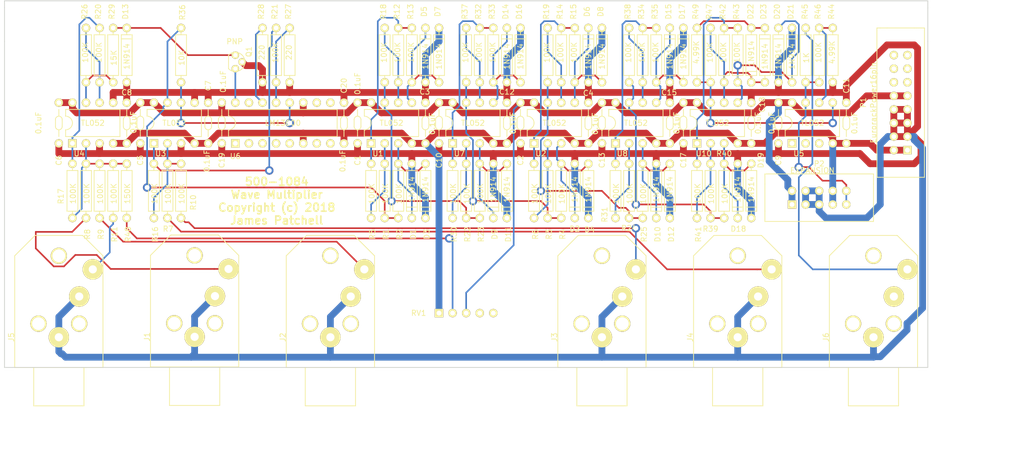
<source format=kicad_pcb>
(kicad_pcb (version 4) (host pcbnew 4.0.7)
  (layers (0 F.Cu signal) (31 B.Cu signal) (34 B.Paste user) (35 F.Paste user) (36 B.SilkS user) (37 F.SilkS user) (38 B.Mask user) (39 F.Mask user) (44 Edge.Cuts user))
  (net 0 "")
  (net 1 +15V0)
  (net 2 GND)
  (net 3 -15V0)
  (net 4 "Net-(D1-Pad1)")
  (net 5 "Net-(D2-Pad1)")
  (net 6 "Net-(D5-Pad1)")
  (net 7 "Net-(D6-Pad1)")
  (net 8 "Net-(D11-Pad2)")
  (net 9 "Net-(D10-Pad1)")
  (net 10 "Net-(D13-Pad1)")
  (net 11 "Net-(D14-Pad1)")
  (net 12 "Net-(D15-Pad1)")
  (net 13 "Net-(D18-Pad1)")
  (net 14 "Net-(D20-Pad1)")
  (net 15 "Net-(J1-Pad3)")
  (net 16 "Net-(J2-Pad3)")
  (net 17 "Net-(J3-Pad3)")
  (net 18 "Net-(J4-Pad3)")
  (net 19 "Net-(J5-Pad3)")
  (net 20 "Net-(J6-Pad3)")
  (net 21 "Net-(P2-Pad10)")
  (net 22 "Net-(Q1-Pad3)")
  (net 23 "Net-(R1-Pad1)")
  (net 24 "Net-(R1-Pad2)")
  (net 25 "Net-(R3-Pad1)")
  (net 26 "Net-(R3-Pad2)")
  (net 27 "Net-(R12-Pad1)")
  (net 28 "Net-(R14-Pad1)")
  (net 29 "Net-(R10-Pad2)")
  (net 30 "Net-(R11-Pad2)")
  (net 31 "Net-(R12-Pad2)")
  (net 32 "Net-(R14-Pad2)")
  (net 33 "Net-(R16-Pad2)")
  (net 34 "Net-(R17-Pad2)")
  (net 35 "Net-(R18-Pad2)")
  (net 36 "Net-(R19-Pad2)")
  (net 37 "Net-(R20-Pad2)")
  (net 38 "Net-(R21-Pad2)")
  (net 39 "Net-(R22-Pad2)")
  (net 40 "Net-(R24-Pad2)")
  (net 41 "Net-(R26-Pad2)")
  (net 42 "Net-(R28-Pad1)")
  (net 43 "Net-(R30-Pad2)")
  (net 44 "Net-(R31-Pad2)")
  (net 45 "Net-(R32-Pad2)")
  (net 46 "Net-(R34-Pad2)")
  (net 47 "Net-(R36-Pad1)")
  (net 48 "Net-(R38-Pad2)")
  (net 49 "Net-(R39-Pad2)")
  (net 50 "Net-(R41-Pad2)")
  (net 51 "Net-(R44-Pad1)")
  (net 52 "Net-(R47-Pad2)")
  (net 53 "Net-(R48-Pad1)")
  (net 54 "Net-(D22-Pad1)")
  (net 55 "Net-(D22-Pad2)")
  (module FootPrints:CAP-Bypass-0.3 (layer F.Cu) (at 86.36 101.6 270)
    (fp_text reference C1 (at 6.985 0 270) (layer F.SilkS))
    (fp_text value 0.1uF (at 7.112 2.794 270) (layer F.SilkS))
    (pad 1 thru_hole circle (at -3.81 0 270) (size 1.5748 1.5748) (drill 0.9144) (layers *.Cu *.Mask F.SilkS) (net 1 +15V0))
    (pad 2 thru_hole circle (at 3.81 0 270) (size 1.5748 1.5748) (drill 0.9144) (layers *.Cu *.Mask F.SilkS) (net 2 GND))
  )
  (module FootPrints:CAP-Bypass-0.3 (layer F.Cu) (at 116.84 101.6 270)
    (fp_text reference C2 (at 6.985 0 270) (layer F.SilkS))
    (fp_text value 0.1uF (at 0 1.397 270) (layer F.SilkS))
    (pad 1 thru_hole circle (at -3.81 0 270) (size 1.5748 1.5748) (drill 0.9144) (layers *.Cu *.Mask F.SilkS) (net 1 +15V0))
    (pad 2 thru_hole circle (at 3.81 0 270) (size 1.5748 1.5748) (drill 0.9144) (layers *.Cu *.Mask F.SilkS) (net 2 GND))
  )
  (module FootPrints:CAP-Bypass-0.3 (layer F.Cu) (at 99.06 101.6 90)
    (fp_text reference C3 (at 5.842 -0.127 180) (layer F.SilkS))
    (fp_text value 0.1uF (at -0.127 1.27 90) (layer F.SilkS))
    (pad 1 thru_hole circle (at -3.81 0 90) (size 1.5748 1.5748) (drill 0.9144) (layers *.Cu *.Mask F.SilkS) (net 3 -15V0))
    (pad 2 thru_hole circle (at 3.81 0 90) (size 1.5748 1.5748) (drill 0.9144) (layers *.Cu *.Mask F.SilkS) (net 2 GND))
  )
  (module FootPrints:CAP-Bypass-0.3 (layer F.Cu) (at 129.54 101.6 90)
    (fp_text reference C4 (at 5.588 0 180) (layer F.SilkS))
    (fp_text value 0.1uF (at -0.127 1.27 90) (layer F.SilkS))
    (pad 1 thru_hole circle (at -3.81 0 90) (size 1.5748 1.5748) (drill 0.9144) (layers *.Cu *.Mask F.SilkS) (net 3 -15V0))
    (pad 2 thru_hole circle (at 3.81 0 90) (size 1.5748 1.5748) (drill 0.9144) (layers *.Cu *.Mask F.SilkS) (net 2 GND))
  )
  (module FootPrints:CAP-Bypass-0.3 (layer F.Cu) (at 45.72 101.6 270)
    (fp_text reference C5 (at 6.985 0 270) (layer F.SilkS))
    (fp_text value 0.1uF (at -0.127 1.27 270) (layer F.SilkS))
    (pad 1 thru_hole circle (at -3.81 0 270) (size 1.5748 1.5748) (drill 0.9144) (layers *.Cu *.Mask F.SilkS) (net 1 +15V0))
    (pad 2 thru_hole circle (at 3.81 0 270) (size 1.5748 1.5748) (drill 0.9144) (layers *.Cu *.Mask F.SilkS) (net 2 GND))
  )
  (module FootPrints:CAP-Bypass-0.3 (layer F.Cu) (at 30.48 101.6 270)
    (fp_text reference C6 (at 6.985 0 270) (layer F.SilkS))
    (fp_text value 0.1uF (at 0 3.81 270) (layer F.SilkS))
    (pad 1 thru_hole circle (at -3.81 0 270) (size 1.5748 1.5748) (drill 0.9144) (layers *.Cu *.Mask F.SilkS) (net 1 +15V0))
    (pad 2 thru_hole circle (at 3.81 0 270) (size 1.5748 1.5748) (drill 0.9144) (layers *.Cu *.Mask F.SilkS) (net 2 GND))
  )
  (module FootPrints:CAP-Bypass-0.3 (layer F.Cu) (at 58.42 101.6 90)
    (fp_text reference C7 (at 6.985 0 90) (layer F.SilkS))
    (fp_text value 0.1uF (at 7.747 2.794 90) (layer F.SilkS))
    (pad 1 thru_hole circle (at -3.81 0 90) (size 1.5748 1.5748) (drill 0.9144) (layers *.Cu *.Mask F.SilkS) (net 3 -15V0))
    (pad 2 thru_hole circle (at 3.81 0 90) (size 1.5748 1.5748) (drill 0.9144) (layers *.Cu *.Mask F.SilkS) (net 2 GND))
  )
  (module FootPrints:CAP-Bypass-0.3 (layer F.Cu) (at 43.18 101.6 90)
    (fp_text reference C8 (at 5.715 0 180) (layer F.SilkS))
    (fp_text value 0.1uF (at 0.127 1.27 90) (layer F.SilkS))
    (pad 1 thru_hole circle (at -3.81 0 90) (size 1.5748 1.5748) (drill 0.9144) (layers *.Cu *.Mask F.SilkS) (net 3 -15V0))
    (pad 2 thru_hole circle (at 3.81 0 90) (size 1.5748 1.5748) (drill 0.9144) (layers *.Cu *.Mask F.SilkS) (net 2 GND))
  )
  (module FootPrints:CAP-Bypass-0.3 (layer F.Cu) (at 165.1 101.6 270)
    (fp_text reference C9 (at 6.985 0 270) (layer F.SilkS))
    (fp_text value 0.1uF (at 0 3.81 270) (layer F.SilkS))
    (pad 1 thru_hole circle (at -3.81 0 270) (size 1.5748 1.5748) (drill 0.9144) (layers *.Cu *.Mask F.SilkS) (net 1 +15V0))
    (pad 2 thru_hole circle (at 3.81 0 270) (size 1.5748 1.5748) (drill 0.9144) (layers *.Cu *.Mask F.SilkS) (net 2 GND))
  )
  (module FootPrints:CAP-Bypass-0.3 (layer F.Cu) (at 101.6 101.6 270)
    (fp_text reference C10 (at 6.985 0 270) (layer F.SilkS))
    (fp_text value 0.1uF (at 0.127 1.27 270) (layer F.SilkS))
    (pad 1 thru_hole circle (at -3.81 0 270) (size 1.5748 1.5748) (drill 0.9144) (layers *.Cu *.Mask F.SilkS) (net 1 +15V0))
    (pad 2 thru_hole circle (at 3.81 0 270) (size 1.5748 1.5748) (drill 0.9144) (layers *.Cu *.Mask F.SilkS) (net 2 GND))
  )
  (module FootPrints:CAP-Bypass-0.3 (layer F.Cu) (at 177.8 101.6 90)
    (fp_text reference C11 (at 6.985 0 90) (layer F.SilkS))
    (fp_text value 0.1uF (at 0 1.524 90) (layer F.SilkS))
    (pad 1 thru_hole circle (at -3.81 0 90) (size 1.5748 1.5748) (drill 0.9144) (layers *.Cu *.Mask F.SilkS) (net 3 -15V0))
    (pad 2 thru_hole circle (at 3.81 0 90) (size 1.5748 1.5748) (drill 0.9144) (layers *.Cu *.Mask F.SilkS) (net 2 GND))
  )
  (module FootPrints:CAP-Bypass-0.3 (layer F.Cu) (at 114.3 101.6 90)
    (fp_text reference C12 (at 5.842 0 180) (layer F.SilkS))
    (fp_text value 0.1uF (at 0 1.143 90) (layer F.SilkS))
    (pad 1 thru_hole circle (at -3.81 0 90) (size 1.5748 1.5748) (drill 0.9144) (layers *.Cu *.Mask F.SilkS) (net 3 -15V0))
    (pad 2 thru_hole circle (at 3.81 0 90) (size 1.5748 1.5748) (drill 0.9144) (layers *.Cu *.Mask F.SilkS) (net 2 GND))
  )
  (module FootPrints:CAP-Bypass-0.3 (layer F.Cu) (at 132.08 101.6 270)
    (fp_text reference C13 (at 6.985 0 270) (layer F.SilkS))
    (fp_text value 0.1uF (at 0.127 1.27 270) (layer F.SilkS))
    (pad 1 thru_hole circle (at -3.81 0 270) (size 1.5748 1.5748) (drill 0.9144) (layers *.Cu *.Mask F.SilkS) (net 1 +15V0))
    (pad 2 thru_hole circle (at 3.81 0 270) (size 1.5748 1.5748) (drill 0.9144) (layers *.Cu *.Mask F.SilkS) (net 2 GND))
  )
  (module FootPrints:CAP-Bypass-0.3 (layer F.Cu) (at 144.78 101.6 90)
    (fp_text reference C15 (at 5.715 -0.127 180) (layer F.SilkS))
    (fp_text value 0.1uF (at 0 1.27 90) (layer F.SilkS))
    (pad 1 thru_hole circle (at -3.81 0 90) (size 1.5748 1.5748) (drill 0.9144) (layers *.Cu *.Mask F.SilkS) (net 3 -15V0))
    (pad 2 thru_hole circle (at 3.81 0 90) (size 1.5748 1.5748) (drill 0.9144) (layers *.Cu *.Mask F.SilkS) (net 2 GND))
  )
  (module FootPrints:CAP-Bypass-0.3 (layer F.Cu) (at 147.32 101.6 270)
    (fp_text reference C17 (at 6.985 0 270) (layer F.SilkS))
    (fp_text value 0.1uF (at 0 1.27 270) (layer F.SilkS))
    (pad 1 thru_hole circle (at -3.81 0 270) (size 1.5748 1.5748) (drill 0.9144) (layers *.Cu *.Mask F.SilkS) (net 1 +15V0))
    (pad 2 thru_hole circle (at 3.81 0 270) (size 1.5748 1.5748) (drill 0.9144) (layers *.Cu *.Mask F.SilkS) (net 2 GND))
  )
  (module FootPrints:CAP-Bypass-0.3 (layer F.Cu) (at 160.02 101.6 90)
    (fp_text reference C18 (at 3.429 2.032 90) (layer F.SilkS))
    (fp_text value 0.1uF (at 0 3.81 90) (layer F.SilkS))
    (pad 1 thru_hole circle (at -3.81 0 90) (size 1.5748 1.5748) (drill 0.9144) (layers *.Cu *.Mask F.SilkS) (net 3 -15V0))
    (pad 2 thru_hole circle (at 3.81 0 90) (size 1.5748 1.5748) (drill 0.9144) (layers *.Cu *.Mask F.SilkS) (net 2 GND))
  )
  (module FootPrints:DIODE0.4 (layer F.Cu) (at 96.52 114.3 90)
    (fp_text reference D1 (at -8.128 0.254 90) (layer F.SilkS))
    (fp_text value 1N914 (at 0.254 0 90) (layer F.SilkS))
    (pad 1 thru_hole circle (at -5.08 0 90) (size 1.5748 1.5748) (drill 0.9144) (layers *.Cu *.Mask F.SilkS) (net 4 "Net-(D1-Pad1)"))
    (pad 2 thru_hole circle (at 5.08 0 90) (size 1.5748 1.5748) (drill 0.9144) (layers *.Cu *.Mask F.SilkS) (net 2 GND))
  )
  (module FootPrints:DIODE0.4 (layer F.Cu) (at 127 114.3 90)
    (fp_text reference D2 (at -7.112 0 180) (layer F.SilkS))
    (fp_text value 1N914 (at 0.254 0 90) (layer F.SilkS))
    (pad 1 thru_hole circle (at -5.08 0 90) (size 1.5748 1.5748) (drill 0.9144) (layers *.Cu *.Mask F.SilkS) (net 5 "Net-(D2-Pad1)"))
    (pad 2 thru_hole circle (at 5.08 0 90) (size 1.5748 1.5748) (drill 0.9144) (layers *.Cu *.Mask F.SilkS) (net 2 GND))
  )
  (module FootPrints:DIODE0.4 (layer F.Cu) (at 99.06 114.3 90)
    (fp_text reference D3 (at -8.128 0.254 90) (layer F.SilkS))
    (fp_text value 1N914 (at 0.254 0 90) (layer F.SilkS))
    (pad 1 thru_hole circle (at -5.08 0 90) (size 1.5748 1.5748) (drill 0.9144) (layers *.Cu *.Mask F.SilkS) (net 2 GND))
    (pad 2 thru_hole circle (at 5.08 0 90) (size 1.5748 1.5748) (drill 0.9144) (layers *.Cu *.Mask F.SilkS) (net 4 "Net-(D1-Pad1)"))
  )
  (module FootPrints:DIODE0.4 (layer F.Cu) (at 129.54 114.3 90)
    (fp_text reference D4 (at -7.239 0.254 180) (layer F.SilkS))
    (fp_text value 1N914 (at 0.254 0 90) (layer F.SilkS))
    (pad 1 thru_hole circle (at -5.08 0 90) (size 1.5748 1.5748) (drill 0.9144) (layers *.Cu *.Mask F.SilkS) (net 2 GND))
    (pad 2 thru_hole circle (at 5.08 0 90) (size 1.5748 1.5748) (drill 0.9144) (layers *.Cu *.Mask F.SilkS) (net 5 "Net-(D2-Pad1)"))
  )
  (module FootPrints:DIODE0.4 (layer F.Cu) (at 99.06 88.9 270)
    (fp_text reference D5 (at -8.128 0.254 270) (layer F.SilkS))
    (fp_text value 1N914 (at 0.254 0 270) (layer F.SilkS))
    (pad 1 thru_hole circle (at -5.08 0 270) (size 1.5748 1.5748) (drill 0.9144) (layers *.Cu *.Mask F.SilkS) (net 6 "Net-(D5-Pad1)"))
    (pad 2 thru_hole circle (at 5.08 0 270) (size 1.5748 1.5748) (drill 0.9144) (layers *.Cu *.Mask F.SilkS) (net 2 GND))
  )
  (module FootPrints:DIODE0.4 (layer F.Cu) (at 129.54 88.9 270)
    (fp_text reference D6 (at -8.128 0.254 270) (layer F.SilkS))
    (fp_text value 1N914 (at 0.254 0 270) (layer F.SilkS))
    (pad 1 thru_hole circle (at -5.08 0 270) (size 1.5748 1.5748) (drill 0.9144) (layers *.Cu *.Mask F.SilkS) (net 7 "Net-(D6-Pad1)"))
    (pad 2 thru_hole circle (at 5.08 0 270) (size 1.5748 1.5748) (drill 0.9144) (layers *.Cu *.Mask F.SilkS) (net 2 GND))
  )
  (module FootPrints:DIODE0.4 (layer F.Cu) (at 101.6 88.9 270)
    (fp_text reference D7 (at -8.128 0.254 270) (layer F.SilkS))
    (fp_text value 1N914 (at 0.254 0 270) (layer F.SilkS))
    (pad 1 thru_hole circle (at -5.08 0 270) (size 1.5748 1.5748) (drill 0.9144) (layers *.Cu *.Mask F.SilkS) (net 2 GND))
    (pad 2 thru_hole circle (at 5.08 0 270) (size 1.5748 1.5748) (drill 0.9144) (layers *.Cu *.Mask F.SilkS) (net 6 "Net-(D5-Pad1)"))
  )
  (module FootPrints:DIODE0.4 (layer F.Cu) (at 132.08 88.9 270)
    (fp_text reference D8 (at -8.128 0.254 270) (layer F.SilkS))
    (fp_text value 1N914 (at 0.254 0 270) (layer F.SilkS))
    (pad 1 thru_hole circle (at -5.08 0 270) (size 1.5748 1.5748) (drill 0.9144) (layers *.Cu *.Mask F.SilkS) (net 2 GND))
    (pad 2 thru_hole circle (at 5.08 0 270) (size 1.5748 1.5748) (drill 0.9144) (layers *.Cu *.Mask F.SilkS) (net 7 "Net-(D6-Pad1)"))
  )
  (module FootPrints:DIODE0.4 (layer F.Cu) (at 111.76 114.3 90)
    (fp_text reference D9 (at -8.128 0.254 90) (layer F.SilkS))
    (fp_text value 1N914 (at 0.254 0 90) (layer F.SilkS))
    (pad 1 thru_hole circle (at -5.08 0 90) (size 1.5748 1.5748) (drill 0.9144) (layers *.Cu *.Mask F.SilkS) (net 8 "Net-(D11-Pad2)"))
    (pad 2 thru_hole circle (at 5.08 0 90) (size 1.5748 1.5748) (drill 0.9144) (layers *.Cu *.Mask F.SilkS) (net 2 GND))
  )
  (module FootPrints:DIODE0.4 (layer F.Cu) (at 142.24 114.3 90)
    (fp_text reference D10 (at -8.128 0.254 90) (layer F.SilkS))
    (fp_text value 1N914 (at 0.254 0 90) (layer F.SilkS))
    (pad 1 thru_hole circle (at -5.08 0 90) (size 1.5748 1.5748) (drill 0.9144) (layers *.Cu *.Mask F.SilkS) (net 9 "Net-(D10-Pad1)"))
    (pad 2 thru_hole circle (at 5.08 0 90) (size 1.5748 1.5748) (drill 0.9144) (layers *.Cu *.Mask F.SilkS) (net 2 GND))
  )
  (module FootPrints:DIODE0.4 (layer F.Cu) (at 114.3 114.3 90)
    (fp_text reference D11 (at -8.128 0.254 90) (layer F.SilkS))
    (fp_text value 1N914 (at 0.254 0 90) (layer F.SilkS))
    (pad 1 thru_hole circle (at -5.08 0 90) (size 1.5748 1.5748) (drill 0.9144) (layers *.Cu *.Mask F.SilkS) (net 2 GND))
    (pad 2 thru_hole circle (at 5.08 0 90) (size 1.5748 1.5748) (drill 0.9144) (layers *.Cu *.Mask F.SilkS) (net 8 "Net-(D11-Pad2)"))
  )
  (module FootPrints:DIODE0.4 (layer F.Cu) (at 144.78 114.3 90)
    (fp_text reference D12 (at -8.128 0.254 90) (layer F.SilkS))
    (fp_text value 1N914 (at 0.254 0 90) (layer F.SilkS))
    (pad 1 thru_hole circle (at -5.08 0 90) (size 1.5748 1.5748) (drill 0.9144) (layers *.Cu *.Mask F.SilkS) (net 2 GND))
    (pad 2 thru_hole circle (at 5.08 0 90) (size 1.5748 1.5748) (drill 0.9144) (layers *.Cu *.Mask F.SilkS) (net 9 "Net-(D10-Pad1)"))
  )
  (module FootPrints:DIODE0.4 (layer F.Cu) (at 43.18 88.9 270)
    (fp_text reference D13 (at -8.128 0.254 270) (layer F.SilkS))
    (fp_text value 1N914 (at 0.254 0 270) (layer F.SilkS))
    (pad 1 thru_hole circle (at -5.08 0 270) (size 1.5748 1.5748) (drill 0.9144) (layers *.Cu *.Mask F.SilkS) (net 10 "Net-(D13-Pad1)"))
    (pad 2 thru_hole circle (at 5.08 0 270) (size 1.5748 1.5748) (drill 0.9144) (layers *.Cu *.Mask F.SilkS) (net 2 GND))
  )
  (module FootPrints:DIODE0.4 (layer F.Cu) (at 114.3 88.9 270)
    (fp_text reference D14 (at -8.128 0.254 270) (layer F.SilkS))
    (fp_text value 1N914 (at 0.254 0 270) (layer F.SilkS))
    (pad 1 thru_hole circle (at -5.08 0 270) (size 1.5748 1.5748) (drill 0.9144) (layers *.Cu *.Mask F.SilkS) (net 11 "Net-(D14-Pad1)"))
    (pad 2 thru_hole circle (at 5.08 0 270) (size 1.5748 1.5748) (drill 0.9144) (layers *.Cu *.Mask F.SilkS) (net 2 GND))
  )
  (module FootPrints:DIODE0.4 (layer F.Cu) (at 144.78 88.9 270)
    (fp_text reference D15 (at -8.128 0.254 270) (layer F.SilkS))
    (fp_text value 1N914 (at 0.254 0 270) (layer F.SilkS))
    (pad 1 thru_hole circle (at -5.08 0 270) (size 1.5748 1.5748) (drill 0.9144) (layers *.Cu *.Mask F.SilkS) (net 12 "Net-(D15-Pad1)"))
    (pad 2 thru_hole circle (at 5.08 0 270) (size 1.5748 1.5748) (drill 0.9144) (layers *.Cu *.Mask F.SilkS) (net 2 GND))
  )
  (module FootPrints:DIODE0.4 (layer F.Cu) (at 116.84 88.9 270)
    (fp_text reference D16 (at -8.128 0.254 270) (layer F.SilkS))
    (fp_text value 1N914 (at 0.254 0 270) (layer F.SilkS))
    (pad 1 thru_hole circle (at -5.08 0 270) (size 1.5748 1.5748) (drill 0.9144) (layers *.Cu *.Mask F.SilkS) (net 2 GND))
    (pad 2 thru_hole circle (at 5.08 0 270) (size 1.5748 1.5748) (drill 0.9144) (layers *.Cu *.Mask F.SilkS) (net 11 "Net-(D14-Pad1)"))
  )
  (module FootPrints:DIODE0.4 (layer F.Cu) (at 147.32 88.9 270)
    (fp_text reference D17 (at -8.128 0.254 270) (layer F.SilkS))
    (fp_text value 1N914 (at 0.254 0 270) (layer F.SilkS))
    (pad 1 thru_hole circle (at -5.08 0 270) (size 1.5748 1.5748) (drill 0.9144) (layers *.Cu *.Mask F.SilkS) (net 2 GND))
    (pad 2 thru_hole circle (at 5.08 0 270) (size 1.5748 1.5748) (drill 0.9144) (layers *.Cu *.Mask F.SilkS) (net 12 "Net-(D15-Pad1)"))
  )
  (module FootPrints:DIODE0.4 (layer F.Cu) (at 157.48 114.3 90)
    (fp_text reference D18 (at -7.112 0.127 180) (layer F.SilkS))
    (fp_text value 1N914 (at 0.254 0 90) (layer F.SilkS))
    (pad 1 thru_hole circle (at -5.08 0 90) (size 1.5748 1.5748) (drill 0.9144) (layers *.Cu *.Mask F.SilkS) (net 13 "Net-(D18-Pad1)"))
    (pad 2 thru_hole circle (at 5.08 0 90) (size 1.5748 1.5748) (drill 0.9144) (layers *.Cu *.Mask F.SilkS) (net 2 GND))
  )
  (module FootPrints:DIODE0.4 (layer F.Cu) (at 160.02 114.3 90)
    (fp_text reference D19 (at 5.715 1.778 90) (layer F.SilkS))
    (fp_text value 1N914 (at 0.254 0 90) (layer F.SilkS))
    (pad 1 thru_hole circle (at -5.08 0 90) (size 1.5748 1.5748) (drill 0.9144) (layers *.Cu *.Mask F.SilkS) (net 2 GND))
    (pad 2 thru_hole circle (at 5.08 0 90) (size 1.5748 1.5748) (drill 0.9144) (layers *.Cu *.Mask F.SilkS) (net 13 "Net-(D18-Pad1)"))
  )
  (module FootPrints:DIODE0.4 (layer F.Cu) (at 165.1 88.9 270)
    (fp_text reference D20 (at -8.128 0.254 270) (layer F.SilkS))
    (fp_text value 1N914 (at 0.254 0 270) (layer F.SilkS))
    (pad 1 thru_hole circle (at -5.08 0 270) (size 1.5748 1.5748) (drill 0.9144) (layers *.Cu *.Mask F.SilkS) (net 14 "Net-(D20-Pad1)"))
    (pad 2 thru_hole circle (at 5.08 0 270) (size 1.5748 1.5748) (drill 0.9144) (layers *.Cu *.Mask F.SilkS) (net 2 GND))
  )
  (module FootPrints:DIODE0.4 (layer F.Cu) (at 167.64 88.9 270)
    (fp_text reference D21 (at -8.128 0.254 270) (layer F.SilkS))
    (fp_text value 1N914 (at 0.254 0 270) (layer F.SilkS))
    (pad 1 thru_hole circle (at -5.08 0 270) (size 1.5748 1.5748) (drill 0.9144) (layers *.Cu *.Mask F.SilkS) (net 2 GND))
    (pad 2 thru_hole circle (at 5.08 0 270) (size 1.5748 1.5748) (drill 0.9144) (layers *.Cu *.Mask F.SilkS) (net 14 "Net-(D20-Pad1)"))
  )
  (module FootPrints:PHONE-SC112A (layer F.Cu) (at 55.88 147.2438 270)
    (fp_text reference J1 (at -5.6388 8.89 270) (layer F.SilkS))
    (fp_text value FOLDS-2)
    (pad 1 thru_hole circle (at -5.6388 0 270) (size 3.81 3.81) (drill 1.524) (layers *.Cu *.Mask F.SilkS) (net 2 GND))
    (pad "" thru_hole circle (at -8.1788 -3.81 270) (size 3.048 3.048) (drill 2.413) (layers *.Cu *.Mask F.SilkS))
    (pad 2 thru_hole circle (at -13.2588 -3.81 270) (size 3.81 3.81) (drill 1.524) (layers *.Cu *.Mask F.SilkS) (net 2 GND))
    (pad 3 thru_hole circle (at -18.3388 -6.35 270) (size 3.81 3.81) (drill 1.524) (layers *.Cu *.Mask F.SilkS) (net 15 "Net-(J1-Pad3)"))
    (pad "" thru_hole circle (at -20.8788 0 270) (size 3.048 3.048) (drill 2.413) (layers *.Cu *.Mask F.SilkS))
    (pad "" thru_hole circle (at -8.1788 3.81 270) (size 3.048 3.048) (drill 2.413) (layers *.Cu *.Mask F.SilkS))
  )
  (module FootPrints:PHONE-SC112A (layer F.Cu) (at 81.28 147.32 270)
    (fp_text reference J2 (at -5.6388 8.89 270) (layer F.SilkS))
    (fp_text value FOLDS-3)
    (pad 1 thru_hole circle (at -5.6388 0 270) (size 3.81 3.81) (drill 1.524) (layers *.Cu *.Mask F.SilkS) (net 2 GND))
    (pad "" thru_hole circle (at -8.1788 -3.81 270) (size 3.048 3.048) (drill 2.413) (layers *.Cu *.Mask F.SilkS))
    (pad 2 thru_hole circle (at -13.2588 -3.81 270) (size 3.81 3.81) (drill 1.524) (layers *.Cu *.Mask F.SilkS) (net 2 GND))
    (pad 3 thru_hole circle (at -18.3388 -6.35 270) (size 3.81 3.81) (drill 1.524) (layers *.Cu *.Mask F.SilkS) (net 16 "Net-(J2-Pad3)"))
    (pad "" thru_hole circle (at -20.8788 0 270) (size 3.048 3.048) (drill 2.413) (layers *.Cu *.Mask F.SilkS))
    (pad "" thru_hole circle (at -8.1788 3.81 270) (size 3.048 3.048) (drill 2.413) (layers *.Cu *.Mask F.SilkS))
  )
  (module FootPrints:PHONE-SC112A (layer F.Cu) (at 132.08 147.32 270)
    (fp_text reference J3 (at -5.6388 8.89 270) (layer F.SilkS))
    (fp_text value INPUT-1)
    (pad 1 thru_hole circle (at -5.6388 0 270) (size 3.81 3.81) (drill 1.524) (layers *.Cu *.Mask F.SilkS) (net 2 GND))
    (pad "" thru_hole circle (at -8.1788 -3.81 270) (size 3.048 3.048) (drill 2.413) (layers *.Cu *.Mask F.SilkS))
    (pad 2 thru_hole circle (at -13.2588 -3.81 270) (size 3.81 3.81) (drill 1.524) (layers *.Cu *.Mask F.SilkS) (net 2 GND))
    (pad 3 thru_hole circle (at -18.3388 -6.35 270) (size 3.81 3.81) (drill 1.524) (layers *.Cu *.Mask F.SilkS) (net 17 "Net-(J3-Pad3)"))
    (pad "" thru_hole circle (at -20.8788 0 270) (size 3.048 3.048) (drill 2.413) (layers *.Cu *.Mask F.SilkS))
    (pad "" thru_hole circle (at -8.1788 3.81 270) (size 3.048 3.048) (drill 2.413) (layers *.Cu *.Mask F.SilkS))
  )
  (module FootPrints:PHONE-SC112A (layer F.Cu) (at 157.48 147.32 270)
    (fp_text reference J4 (at -5.6388 8.89 270) (layer F.SilkS))
    (fp_text value INPUT-2)
    (pad 1 thru_hole circle (at -5.6388 0 270) (size 3.81 3.81) (drill 1.524) (layers *.Cu *.Mask F.SilkS) (net 2 GND))
    (pad "" thru_hole circle (at -8.1788 -3.81 270) (size 3.048 3.048) (drill 2.413) (layers *.Cu *.Mask F.SilkS))
    (pad 2 thru_hole circle (at -13.2588 -3.81 270) (size 3.81 3.81) (drill 1.524) (layers *.Cu *.Mask F.SilkS) (net 2 GND))
    (pad 3 thru_hole circle (at -18.3388 -6.35 270) (size 3.81 3.81) (drill 1.524) (layers *.Cu *.Mask F.SilkS) (net 18 "Net-(J4-Pad3)"))
    (pad "" thru_hole circle (at -20.8788 0 270) (size 3.048 3.048) (drill 2.413) (layers *.Cu *.Mask F.SilkS))
    (pad "" thru_hole circle (at -8.1788 3.81 270) (size 3.048 3.048) (drill 2.413) (layers *.Cu *.Mask F.SilkS))
  )
  (module FootPrints:PHONE-SC112A (layer F.Cu) (at 30.48 147.32 270)
    (fp_text reference J5 (at -5.6388 8.89 270) (layer F.SilkS))
    (fp_text value FOLDS-1)
    (pad 1 thru_hole circle (at -5.6388 0 270) (size 3.81 3.81) (drill 1.524) (layers *.Cu *.Mask F.SilkS) (net 2 GND))
    (pad "" thru_hole circle (at -8.1788 -3.81 270) (size 3.048 3.048) (drill 2.413) (layers *.Cu *.Mask F.SilkS))
    (pad 2 thru_hole circle (at -13.2588 -3.81 270) (size 3.81 3.81) (drill 1.524) (layers *.Cu *.Mask F.SilkS) (net 2 GND))
    (pad 3 thru_hole circle (at -18.3388 -6.35 270) (size 3.81 3.81) (drill 1.524) (layers *.Cu *.Mask F.SilkS) (net 19 "Net-(J5-Pad3)"))
    (pad "" thru_hole circle (at -20.8788 0 270) (size 3.048 3.048) (drill 2.413) (layers *.Cu *.Mask F.SilkS))
    (pad "" thru_hole circle (at -8.1788 3.81 270) (size 3.048 3.048) (drill 2.413) (layers *.Cu *.Mask F.SilkS))
  )
  (module FootPrints:PHONE-SC112A (layer F.Cu) (at 182.88 147.32 270)
    (fp_text reference J6 (at -5.6388 8.89 270) (layer F.SilkS))
    (fp_text value OUT)
    (pad 1 thru_hole circle (at -5.6388 0 270) (size 3.81 3.81) (drill 1.524) (layers *.Cu *.Mask F.SilkS) (net 2 GND))
    (pad "" thru_hole circle (at -8.1788 -3.81 270) (size 3.048 3.048) (drill 2.413) (layers *.Cu *.Mask F.SilkS))
    (pad 2 thru_hole circle (at -13.2588 -3.81 270) (size 3.81 3.81) (drill 1.524) (layers *.Cu *.Mask F.SilkS))
    (pad 3 thru_hole circle (at -18.3388 -6.35 270) (size 3.81 3.81) (drill 1.524) (layers *.Cu *.Mask F.SilkS) (net 20 "Net-(J6-Pad3)"))
    (pad "" thru_hole circle (at -20.8788 0 270) (size 3.048 3.048) (drill 2.413) (layers *.Cu *.Mask F.SilkS))
    (pad "" thru_hole circle (at -8.1788 3.81 270) (size 3.048 3.048) (drill 2.413) (layers *.Cu *.Mask F.SilkS))
  )
  (module FootPrints:IDC8x2_Vert (layer F.Cu) (at 187.96 97.79 270)
    (fp_text reference P1 (at 0 6.985 270) (layer F.SilkS))
    (fp_text value EurorackPower16pin (at 0 5.08 270) (layer F.SilkS))
    (pad 1 thru_hole rect (at 8.89 -1.27 270) (size 1.5748 1.5748) (drill 0.9144) (layers *.Cu *.Mask F.SilkS) (net 3 -15V0))
    (pad 2 thru_hole circle (at 8.89 1.27 270) (size 1.5748 1.5748) (drill 0.9144) (layers *.Cu *.Mask F.SilkS) (net 3 -15V0))
    (pad 3 thru_hole circle (at 6.35 -1.27 270) (size 1.5748 1.5748) (drill 0.9144) (layers *.Cu *.Mask F.SilkS) (net 2 GND))
    (pad 4 thru_hole circle (at 6.35 1.27 270) (size 1.5748 1.5748) (drill 0.9144) (layers *.Cu *.Mask F.SilkS) (net 2 GND))
    (pad 5 thru_hole circle (at 3.81 -1.27 270) (size 1.5748 1.5748) (drill 0.9144) (layers *.Cu *.Mask F.SilkS) (net 2 GND))
    (pad 6 thru_hole circle (at 3.81 1.27 270) (size 1.5748 1.5748) (drill 0.9144) (layers *.Cu *.Mask F.SilkS) (net 2 GND))
    (pad 7 thru_hole circle (at 1.27 -1.27 270) (size 1.5748 1.5748) (drill 0.9144) (layers *.Cu *.Mask F.SilkS) (net 2 GND))
    (pad 8 thru_hole circle (at 1.27 1.27 270) (size 1.5748 1.5748) (drill 0.9144) (layers *.Cu *.Mask F.SilkS) (net 2 GND))
    (pad 9 thru_hole circle (at -1.27 -1.27 270) (size 1.5748 1.5748) (drill 0.9144) (layers *.Cu *.Mask F.SilkS) (net 1 +15V0))
    (pad 10 thru_hole circle (at -1.27 1.27 270) (size 1.5748 1.5748) (drill 0.9144) (layers *.Cu *.Mask F.SilkS) (net 1 +15V0))
    (pad 11 thru_hole circle (at -3.81 -1.27 270) (size 1.5748 1.5748) (drill 0.9144) (layers *.Cu *.Mask F.SilkS))
    (pad 12 thru_hole circle (at -3.81 1.27 270) (size 1.5748 1.5748) (drill 0.9144) (layers *.Cu *.Mask F.SilkS))
    (pad 13 thru_hole circle (at -6.35 -1.27 270) (size 1.5748 1.5748) (drill 0.9144) (layers *.Cu *.Mask F.SilkS))
    (pad 14 thru_hole circle (at -6.35 1.27 270) (size 1.5748 1.5748) (drill 0.9144) (layers *.Cu *.Mask F.SilkS))
    (pad 15 thru_hole circle (at -8.89 -1.27 270) (size 1.5748 1.5748) (drill 0.9144) (layers *.Cu *.Mask F.SilkS))
    (pad 16 thru_hole circle (at -8.89 1.27 270) (size 1.5748 1.5748) (drill 0.9144) (layers *.Cu *.Mask F.SilkS))
  )
  (module FootPrints:IDC5x2_Vert (layer F.Cu) (at 172.72 115.57 180)
    (fp_text reference P2 (at 0 6.35 180) (layer F.SilkS))
    (fp_text value EXPANSION (at 1.27 5.08 180) (layer F.SilkS))
    (pad 1 thru_hole rect (at 5.08 -1.27 180) (size 1.5748 1.5748) (drill 0.9144) (layers *.Cu *.Mask F.SilkS) (net 1 +15V0))
    (pad 2 thru_hole circle (at 5.08 1.27 180) (size 1.5748 1.5748) (drill 0.9144) (layers *.Cu *.Mask F.SilkS) (net 1 +15V0))
    (pad 3 thru_hole circle (at 2.54 -1.27 180) (size 1.5748 1.5748) (drill 0.9144) (layers *.Cu *.Mask F.SilkS) (net 2 GND))
    (pad 4 thru_hole circle (at 2.54 1.27 180) (size 1.5748 1.5748) (drill 0.9144) (layers *.Cu *.Mask F.SilkS) (net 2 GND))
    (pad 5 thru_hole circle (at 0 -1.27 180) (size 1.5748 1.5748) (drill 0.9144) (layers *.Cu *.Mask F.SilkS) (net 2 GND))
    (pad 6 thru_hole circle (at 0 1.27 180) (size 1.5748 1.5748) (drill 0.9144) (layers *.Cu *.Mask F.SilkS) (net 2 GND))
    (pad 7 thru_hole circle (at -2.54 -1.27 180) (size 1.5748 1.5748) (drill 0.9144) (layers *.Cu *.Mask F.SilkS) (net 3 -15V0))
    (pad 8 thru_hole circle (at -2.54 1.27 180) (size 1.5748 1.5748) (drill 0.9144) (layers *.Cu *.Mask F.SilkS) (net 3 -15V0))
    (pad 9 thru_hole circle (at -5.08 -1.27 180) (size 1.5748 1.5748) (drill 0.9144) (layers *.Cu *.Mask F.SilkS) (net 21 "Net-(P2-Pad10)"))
    (pad 10 thru_hole circle (at -5.08 1.27 180) (size 1.5748 1.5748) (drill 0.9144) (layers *.Cu *.Mask F.SilkS) (net 21 "Net-(P2-Pad10)"))
  )
  (module FootPrints:TO92 (layer F.Cu) (at 63.5 90.17 270)
    (fp_text reference Q1 (at -1.905 -2.54 270) (layer F.SilkS))
    (fp_text value PNP (at -3.81 0.127 360) (layer F.SilkS))
    (pad 1 thru_hole circle (at -1.27 0 270) (size 1.397 1.397) (drill 0.8128) (layers *.Cu *.Mask F.SilkS) (net 10 "Net-(D13-Pad1)"))
    (pad 2 thru_hole circle (at 0 -1.27 270) (size 1.397 1.397) (drill 0.8128) (layers *.Cu *.Mask F.SilkS) (net 2 GND))
    (pad 3 thru_hole circle (at 1.27 0 270) (size 1.397 1.397) (drill 0.8128) (layers *.Cu *.Mask F.SilkS) (net 22 "Net-(Q1-Pad3)"))
  )
  (module FootPrints:AXIAL0.4 (layer F.Cu) (at 91.44 114.3 90)
    (fp_text reference R1 (at -8.128 0.254 90) (layer F.SilkS))
    (fp_text value 100K (at -0.508 0.127 90) (layer F.SilkS))
    (pad 1 thru_hole circle (at -5.08 0 90) (size 1.5748 1.5748) (drill 0.9144) (layers *.Cu *.Mask F.SilkS) (net 23 "Net-(R1-Pad1)"))
    (pad 2 thru_hole circle (at 5.08 0 90) (size 1.5748 1.5748) (drill 0.9144) (layers *.Cu *.Mask F.SilkS) (net 24 "Net-(R1-Pad2)"))
  )
  (module FootPrints:AXIAL0.4 (layer F.Cu) (at 93.98 114.3 90)
    (fp_text reference R2 (at -8.128 0.254 90) (layer F.SilkS))
    (fp_text value 100K (at -0.508 0.127 90) (layer F.SilkS))
    (pad 1 thru_hole circle (at -5.08 0 90) (size 1.5748 1.5748) (drill 0.9144) (layers *.Cu *.Mask F.SilkS) (net 23 "Net-(R1-Pad1)"))
    (pad 2 thru_hole circle (at 5.08 0 90) (size 1.5748 1.5748) (drill 0.9144) (layers *.Cu *.Mask F.SilkS) (net 4 "Net-(D1-Pad1)"))
  )
  (module FootPrints:AXIAL0.4 (layer F.Cu) (at 121.92 114.3 90)
    (fp_text reference R3 (at -8.128 0.254 90) (layer F.SilkS))
    (fp_text value 100K (at -0.508 0.127 90) (layer F.SilkS))
    (pad 1 thru_hole circle (at -5.08 0 90) (size 1.5748 1.5748) (drill 0.9144) (layers *.Cu *.Mask F.SilkS) (net 25 "Net-(R3-Pad1)"))
    (pad 2 thru_hole circle (at 5.08 0 90) (size 1.5748 1.5748) (drill 0.9144) (layers *.Cu *.Mask F.SilkS) (net 26 "Net-(R3-Pad2)"))
  )
  (module FootPrints:AXIAL0.4 (layer F.Cu) (at 124.46 114.3 90)
    (fp_text reference R4 (at -8.128 0.254 90) (layer F.SilkS))
    (fp_text value 100K (at -0.508 0.127 90) (layer F.SilkS))
    (pad 1 thru_hole circle (at -5.08 0 90) (size 1.5748 1.5748) (drill 0.9144) (layers *.Cu *.Mask F.SilkS) (net 25 "Net-(R3-Pad1)"))
    (pad 2 thru_hole circle (at 5.08 0 90) (size 1.5748 1.5748) (drill 0.9144) (layers *.Cu *.Mask F.SilkS) (net 5 "Net-(D2-Pad1)"))
  )
  (module FootPrints:AXIAL0.4 (layer F.Cu) (at 88.9 114.3 90)
    (fp_text reference R5 (at -8.128 0.254 90) (layer F.SilkS))
    (fp_text value 100K (at -0.508 0.127 90) (layer F.SilkS))
    (pad 1 thru_hole circle (at -5.08 0 90) (size 1.5748 1.5748) (drill 0.9144) (layers *.Cu *.Mask F.SilkS) (net 24 "Net-(R1-Pad2)"))
    (pad 2 thru_hole circle (at 5.08 0 90) (size 1.5748 1.5748) (drill 0.9144) (layers *.Cu *.Mask F.SilkS) (net 27 "Net-(R12-Pad1)"))
  )
  (module FootPrints:AXIAL0.4 (layer F.Cu) (at 119.38 114.3 90)
    (fp_text reference R6 (at -8.128 0.254 90) (layer F.SilkS))
    (fp_text value 100K (at -0.508 0.127 90) (layer F.SilkS))
    (pad 1 thru_hole circle (at -5.08 0 90) (size 1.5748 1.5748) (drill 0.9144) (layers *.Cu *.Mask F.SilkS) (net 26 "Net-(R3-Pad2)"))
    (pad 2 thru_hole circle (at 5.08 0 90) (size 1.5748 1.5748) (drill 0.9144) (layers *.Cu *.Mask F.SilkS) (net 28 "Net-(R14-Pad1)"))
  )
  (module FootPrints:AXIAL0.4 (layer F.Cu) (at 50.8 114.3 90)
    (fp_text reference R7 (at -7.112 0.127 180) (layer F.SilkS))
    (fp_text value 100K (at -0.508 0.127 90) (layer F.SilkS))
    (pad 1 thru_hole circle (at -5.08 0 90) (size 1.5748 1.5748) (drill 0.9144) (layers *.Cu *.Mask F.SilkS) (net 18 "Net-(J4-Pad3)"))
    (pad 2 thru_hole circle (at 5.08 0 90) (size 1.5748 1.5748) (drill 0.9144) (layers *.Cu *.Mask F.SilkS) (net 29 "Net-(R10-Pad2)"))
  )
  (module FootPrints:AXIAL0.4 (layer F.Cu) (at 35.56 114.3 90)
    (fp_text reference R8 (at -8.128 0.254 90) (layer F.SilkS))
    (fp_text value 100K (at -0.508 0.127 90) (layer F.SilkS))
    (pad 1 thru_hole circle (at -5.08 0 90) (size 1.5748 1.5748) (drill 0.9144) (layers *.Cu *.Mask F.SilkS) (net 15 "Net-(J1-Pad3)"))
    (pad 2 thru_hole circle (at 5.08 0 90) (size 1.5748 1.5748) (drill 0.9144) (layers *.Cu *.Mask F.SilkS) (net 30 "Net-(R11-Pad2)"))
  )
  (module FootPrints:AXIAL0.4 (layer F.Cu) (at 38.1 114.3 90)
    (fp_text reference R9 (at -8.128 0.254 90) (layer F.SilkS))
    (fp_text value 100K (at -0.508 0.127 90) (layer F.SilkS))
    (pad 1 thru_hole circle (at -5.08 0 90) (size 1.5748 1.5748) (drill 0.9144) (layers *.Cu *.Mask F.SilkS) (net 16 "Net-(J2-Pad3)"))
    (pad 2 thru_hole circle (at 5.08 0 90) (size 1.5748 1.5748) (drill 0.9144) (layers *.Cu *.Mask F.SilkS) (net 30 "Net-(R11-Pad2)"))
  )
  (module FootPrints:AXIAL0.4 (layer F.Cu) (at 53.34 114.3 90)
    (fp_text reference R10 (at -2.159 2.286 90) (layer F.SilkS))
    (fp_text value 100K (at -0.508 0.127 90) (layer F.SilkS))
    (pad 1 thru_hole circle (at -5.08 0 90) (size 1.5748 1.5748) (drill 0.9144) (layers *.Cu *.Mask F.SilkS) (net 17 "Net-(J3-Pad3)"))
    (pad 2 thru_hole circle (at 5.08 0 90) (size 1.5748 1.5748) (drill 0.9144) (layers *.Cu *.Mask F.SilkS) (net 29 "Net-(R10-Pad2)"))
  )
  (module FootPrints:AXIAL0.4 (layer F.Cu) (at 40.64 114.3 90)
    (fp_text reference R11 (at -8.128 0.254 90) (layer F.SilkS))
    (fp_text value 100K (at -0.508 0.127 90) (layer F.SilkS))
    (pad 1 thru_hole circle (at -5.08 0 90) (size 1.5748 1.5748) (drill 0.9144) (layers *.Cu *.Mask F.SilkS) (net 19 "Net-(J5-Pad3)"))
    (pad 2 thru_hole circle (at 5.08 0 90) (size 1.5748 1.5748) (drill 0.9144) (layers *.Cu *.Mask F.SilkS) (net 30 "Net-(R11-Pad2)"))
  )
  (module FootPrints:AXIAL0.4 (layer F.Cu) (at 93.98 88.9 270)
    (fp_text reference R12 (at -8.128 0.254 270) (layer F.SilkS))
    (fp_text value 100K (at -0.508 0.127 270) (layer F.SilkS))
    (pad 1 thru_hole circle (at -5.08 0 270) (size 1.5748 1.5748) (drill 0.9144) (layers *.Cu *.Mask F.SilkS) (net 27 "Net-(R12-Pad1)"))
    (pad 2 thru_hole circle (at 5.08 0 270) (size 1.5748 1.5748) (drill 0.9144) (layers *.Cu *.Mask F.SilkS) (net 31 "Net-(R12-Pad2)"))
  )
  (module FootPrints:AXIAL0.4 (layer F.Cu) (at 96.52 88.9 270)
    (fp_text reference R13 (at -8.128 0.254 270) (layer F.SilkS))
    (fp_text value 100K (at -0.508 0.127 270) (layer F.SilkS))
    (pad 1 thru_hole circle (at -5.08 0 270) (size 1.5748 1.5748) (drill 0.9144) (layers *.Cu *.Mask F.SilkS) (net 27 "Net-(R12-Pad1)"))
    (pad 2 thru_hole circle (at 5.08 0 270) (size 1.5748 1.5748) (drill 0.9144) (layers *.Cu *.Mask F.SilkS) (net 6 "Net-(D5-Pad1)"))
  )
  (module FootPrints:AXIAL0.4 (layer F.Cu) (at 124.46 88.9 270)
    (fp_text reference R14 (at -8.128 0.254 270) (layer F.SilkS))
    (fp_text value 100K (at -0.508 0.127 270) (layer F.SilkS))
    (pad 1 thru_hole circle (at -5.08 0 270) (size 1.5748 1.5748) (drill 0.9144) (layers *.Cu *.Mask F.SilkS) (net 28 "Net-(R14-Pad1)"))
    (pad 2 thru_hole circle (at 5.08 0 270) (size 1.5748 1.5748) (drill 0.9144) (layers *.Cu *.Mask F.SilkS) (net 32 "Net-(R14-Pad2)"))
  )
  (module FootPrints:AXIAL0.4 (layer F.Cu) (at 127 88.9 270)
    (fp_text reference R15 (at -8.128 0.254 270) (layer F.SilkS))
    (fp_text value 100K (at -0.508 0.127 270) (layer F.SilkS))
    (pad 1 thru_hole circle (at -5.08 0 270) (size 1.5748 1.5748) (drill 0.9144) (layers *.Cu *.Mask F.SilkS) (net 28 "Net-(R14-Pad1)"))
    (pad 2 thru_hole circle (at 5.08 0 270) (size 1.5748 1.5748) (drill 0.9144) (layers *.Cu *.Mask F.SilkS) (net 7 "Net-(D6-Pad1)"))
  )
  (module FootPrints:AXIAL0.4 (layer F.Cu) (at 48.26 114.3 90)
    (fp_text reference R16 (at -8.128 0.254 90) (layer F.SilkS))
    (fp_text value 100K (at -0.508 0.127 90) (layer F.SilkS))
    (pad 1 thru_hole circle (at -5.08 0 90) (size 1.5748 1.5748) (drill 0.9144) (layers *.Cu *.Mask F.SilkS) (net 29 "Net-(R10-Pad2)"))
    (pad 2 thru_hole circle (at 5.08 0 90) (size 1.5748 1.5748) (drill 0.9144) (layers *.Cu *.Mask F.SilkS) (net 33 "Net-(R16-Pad2)"))
  )
  (module FootPrints:AXIAL0.4 (layer F.Cu) (at 33.02 114.3 90)
    (fp_text reference R17 (at -1.016 -2.159 90) (layer F.SilkS))
    (fp_text value 100K (at -0.508 0.127 90) (layer F.SilkS))
    (pad 1 thru_hole circle (at -5.08 0 90) (size 1.5748 1.5748) (drill 0.9144) (layers *.Cu *.Mask F.SilkS) (net 30 "Net-(R11-Pad2)"))
    (pad 2 thru_hole circle (at 5.08 0 90) (size 1.5748 1.5748) (drill 0.9144) (layers *.Cu *.Mask F.SilkS) (net 34 "Net-(R17-Pad2)"))
  )
  (module FootPrints:AXIAL0.4 (layer F.Cu) (at 91.44 88.9 270)
    (fp_text reference R18 (at -8.128 0.254 270) (layer F.SilkS))
    (fp_text value 100K (at -0.508 0.127 270) (layer F.SilkS))
    (pad 1 thru_hole circle (at -5.08 0 270) (size 1.5748 1.5748) (drill 0.9144) (layers *.Cu *.Mask F.SilkS) (net 31 "Net-(R12-Pad2)"))
    (pad 2 thru_hole circle (at 5.08 0 270) (size 1.5748 1.5748) (drill 0.9144) (layers *.Cu *.Mask F.SilkS) (net 35 "Net-(R18-Pad2)"))
  )
  (module FootPrints:AXIAL0.4 (layer F.Cu) (at 121.92 88.9 270)
    (fp_text reference R19 (at -8.128 0.254 270) (layer F.SilkS))
    (fp_text value 100K (at -0.508 0.127 270) (layer F.SilkS))
    (pad 1 thru_hole circle (at -5.08 0 270) (size 1.5748 1.5748) (drill 0.9144) (layers *.Cu *.Mask F.SilkS) (net 32 "Net-(R14-Pad2)"))
    (pad 2 thru_hole circle (at 5.08 0 270) (size 1.5748 1.5748) (drill 0.9144) (layers *.Cu *.Mask F.SilkS) (net 36 "Net-(R19-Pad2)"))
  )
  (module FootPrints:AXIAL0.4 (layer F.Cu) (at 38.1 88.9 270)
    (fp_text reference R20 (at -8.128 0.254 270) (layer F.SilkS))
    (fp_text value 100K (at -0.508 0.127 270) (layer F.SilkS))
    (pad 1 thru_hole circle (at -5.08 0 270) (size 1.5748 1.5748) (drill 0.9144) (layers *.Cu *.Mask F.SilkS) (net 34 "Net-(R17-Pad2)"))
    (pad 2 thru_hole circle (at 5.08 0 270) (size 1.5748 1.5748) (drill 0.9144) (layers *.Cu *.Mask F.SilkS) (net 37 "Net-(R20-Pad2)"))
  )
  (module FootPrints:AXIAL0.4 (layer F.Cu) (at 71.12 88.9 270)
    (fp_text reference R21 (at -8.128 0.254 270) (layer F.SilkS))
    (fp_text value 100K (at -0.508 0.127 270) (layer F.SilkS))
    (pad 1 thru_hole circle (at -5.08 0 270) (size 1.5748 1.5748) (drill 0.9144) (layers *.Cu *.Mask F.SilkS) (net 33 "Net-(R16-Pad2)"))
    (pad 2 thru_hole circle (at 5.08 0 270) (size 1.5748 1.5748) (drill 0.9144) (layers *.Cu *.Mask F.SilkS) (net 38 "Net-(R21-Pad2)"))
  )
  (module FootPrints:AXIAL0.4 (layer F.Cu) (at 106.68 114.3 90)
    (fp_text reference R22 (at -8.128 0.254 90) (layer F.SilkS))
    (fp_text value 100K (at -0.508 0.127 90) (layer F.SilkS))
    (pad 1 thru_hole circle (at -5.08 0 90) (size 1.5748 1.5748) (drill 0.9144) (layers *.Cu *.Mask F.SilkS) (net 35 "Net-(R18-Pad2)"))
    (pad 2 thru_hole circle (at 5.08 0 90) (size 1.5748 1.5748) (drill 0.9144) (layers *.Cu *.Mask F.SilkS) (net 39 "Net-(R22-Pad2)"))
  )
  (module FootPrints:AXIAL0.4 (layer F.Cu) (at 109.22 114.3 90)
    (fp_text reference R23 (at -8.128 0.254 90) (layer F.SilkS))
    (fp_text value 100K (at -0.508 0.127 90) (layer F.SilkS))
    (pad 1 thru_hole circle (at -5.08 0 90) (size 1.5748 1.5748) (drill 0.9144) (layers *.Cu *.Mask F.SilkS) (net 35 "Net-(R18-Pad2)"))
    (pad 2 thru_hole circle (at 5.08 0 90) (size 1.5748 1.5748) (drill 0.9144) (layers *.Cu *.Mask F.SilkS) (net 8 "Net-(D11-Pad2)"))
  )
  (module FootPrints:AXIAL0.4 (layer F.Cu) (at 137.16 114.3 90)
    (fp_text reference R24 (at -6.985 0 180) (layer F.SilkS))
    (fp_text value 100K (at -0.508 0.127 90) (layer F.SilkS))
    (pad 1 thru_hole circle (at -5.08 0 90) (size 1.5748 1.5748) (drill 0.9144) (layers *.Cu *.Mask F.SilkS) (net 36 "Net-(R19-Pad2)"))
    (pad 2 thru_hole circle (at 5.08 0 90) (size 1.5748 1.5748) (drill 0.9144) (layers *.Cu *.Mask F.SilkS) (net 40 "Net-(R24-Pad2)"))
  )
  (module FootPrints:AXIAL0.4 (layer F.Cu) (at 139.7 114.3 90)
    (fp_text reference R25 (at -8.128 0.254 90) (layer F.SilkS))
    (fp_text value 100K (at -0.508 0.127 90) (layer F.SilkS))
    (pad 1 thru_hole circle (at -5.08 0 90) (size 1.5748 1.5748) (drill 0.9144) (layers *.Cu *.Mask F.SilkS) (net 36 "Net-(R19-Pad2)"))
    (pad 2 thru_hole circle (at 5.08 0 90) (size 1.5748 1.5748) (drill 0.9144) (layers *.Cu *.Mask F.SilkS) (net 9 "Net-(D10-Pad1)"))
  )
  (module FootPrints:AXIAL0.4 (layer F.Cu) (at 35.56 88.9 270)
    (fp_text reference R26 (at -8.128 0.254 270) (layer F.SilkS))
    (fp_text value 100K (at -0.508 0.127 270) (layer F.SilkS))
    (pad 1 thru_hole circle (at -5.08 0 270) (size 1.5748 1.5748) (drill 0.9144) (layers *.Cu *.Mask F.SilkS) (net 37 "Net-(R20-Pad2)"))
    (pad 2 thru_hole circle (at 5.08 0 270) (size 1.5748 1.5748) (drill 0.9144) (layers *.Cu *.Mask F.SilkS) (net 41 "Net-(R26-Pad2)"))
  )
  (module FootPrints:AXIAL0.4 (layer F.Cu) (at 73.66 88.9 270)
    (fp_text reference R27 (at -8.128 0.254 270) (layer F.SilkS))
    (fp_text value 220 (at -0.508 0.127 270) (layer F.SilkS))
    (pad 1 thru_hole circle (at -5.08 0 270) (size 1.5748 1.5748) (drill 0.9144) (layers *.Cu *.Mask F.SilkS) (net 38 "Net-(R21-Pad2)"))
    (pad 2 thru_hole circle (at 5.08 0 270) (size 1.5748 1.5748) (drill 0.9144) (layers *.Cu *.Mask F.SilkS) (net 2 GND))
  )
  (module FootPrints:AXIAL0.4 (layer F.Cu) (at 68.58 88.9 270)
    (fp_text reference R28 (at -8.128 0.254 270) (layer F.SilkS))
    (fp_text value 220 (at -0.508 0.127 270) (layer F.SilkS))
    (pad 1 thru_hole circle (at -5.08 0 270) (size 1.5748 1.5748) (drill 0.9144) (layers *.Cu *.Mask F.SilkS) (net 42 "Net-(R28-Pad1)"))
    (pad 2 thru_hole circle (at 5.08 0 270) (size 1.5748 1.5748) (drill 0.9144) (layers *.Cu *.Mask F.SilkS) (net 2 GND))
  )
  (module FootPrints:AXIAL0.4 (layer F.Cu) (at 40.64 88.9 90)
    (fp_text reference R29 (at 8.128 -0.254 90) (layer F.SilkS))
    (fp_text value 15K (at -0.508 0.127 90) (layer F.SilkS))
    (pad 1 thru_hole circle (at -5.08 0 90) (size 1.5748 1.5748) (drill 0.9144) (layers *.Cu *.Mask F.SilkS) (net 41 "Net-(R26-Pad2)"))
    (pad 2 thru_hole circle (at 5.08 0 90) (size 1.5748 1.5748) (drill 0.9144) (layers *.Cu *.Mask F.SilkS) (net 10 "Net-(D13-Pad1)"))
  )
  (module FootPrints:AXIAL0.4 (layer F.Cu) (at 104.14 114.3 90)
    (fp_text reference R30 (at -8.128 0.254 90) (layer F.SilkS))
    (fp_text value 100K (at -0.508 0.127 90) (layer F.SilkS))
    (pad 1 thru_hole circle (at -5.08 0 90) (size 1.5748 1.5748) (drill 0.9144) (layers *.Cu *.Mask F.SilkS) (net 39 "Net-(R22-Pad2)"))
    (pad 2 thru_hole circle (at 5.08 0 90) (size 1.5748 1.5748) (drill 0.9144) (layers *.Cu *.Mask F.SilkS) (net 43 "Net-(R30-Pad2)"))
  )
  (module FootPrints:AXIAL0.4 (layer F.Cu) (at 134.62 114.3 90)
    (fp_text reference R31 (at -4.445 -2.032 90) (layer F.SilkS))
    (fp_text value 100K (at -0.508 0.127 90) (layer F.SilkS))
    (pad 1 thru_hole circle (at -5.08 0 90) (size 1.5748 1.5748) (drill 0.9144) (layers *.Cu *.Mask F.SilkS) (net 40 "Net-(R24-Pad2)"))
    (pad 2 thru_hole circle (at 5.08 0 90) (size 1.5748 1.5748) (drill 0.9144) (layers *.Cu *.Mask F.SilkS) (net 44 "Net-(R31-Pad2)"))
  )
  (module FootPrints:AXIAL0.4 (layer F.Cu) (at 109.22 88.9 270)
    (fp_text reference R32 (at -8.128 0.254 270) (layer F.SilkS))
    (fp_text value 100K (at -0.508 0.127 270) (layer F.SilkS))
    (pad 1 thru_hole circle (at -5.08 0 270) (size 1.5748 1.5748) (drill 0.9144) (layers *.Cu *.Mask F.SilkS) (net 43 "Net-(R30-Pad2)"))
    (pad 2 thru_hole circle (at 5.08 0 270) (size 1.5748 1.5748) (drill 0.9144) (layers *.Cu *.Mask F.SilkS) (net 45 "Net-(R32-Pad2)"))
  )
  (module FootPrints:AXIAL0.4 (layer F.Cu) (at 111.76 88.9 270)
    (fp_text reference R33 (at -8.128 0.254 270) (layer F.SilkS))
    (fp_text value 100K (at -0.508 0.127 270) (layer F.SilkS))
    (pad 1 thru_hole circle (at -5.08 0 270) (size 1.5748 1.5748) (drill 0.9144) (layers *.Cu *.Mask F.SilkS) (net 43 "Net-(R30-Pad2)"))
    (pad 2 thru_hole circle (at 5.08 0 270) (size 1.5748 1.5748) (drill 0.9144) (layers *.Cu *.Mask F.SilkS) (net 11 "Net-(D14-Pad1)"))
  )
  (module FootPrints:AXIAL0.4 (layer F.Cu) (at 139.7 88.9 270)
    (fp_text reference R34 (at -8.128 0.254 270) (layer F.SilkS))
    (fp_text value 100K (at -0.508 0.127 270) (layer F.SilkS))
    (pad 1 thru_hole circle (at -5.08 0 270) (size 1.5748 1.5748) (drill 0.9144) (layers *.Cu *.Mask F.SilkS) (net 44 "Net-(R31-Pad2)"))
    (pad 2 thru_hole circle (at 5.08 0 270) (size 1.5748 1.5748) (drill 0.9144) (layers *.Cu *.Mask F.SilkS) (net 46 "Net-(R34-Pad2)"))
  )
  (module FootPrints:AXIAL0.4 (layer F.Cu) (at 142.24 88.9 270)
    (fp_text reference R35 (at -8.128 0.254 270) (layer F.SilkS))
    (fp_text value 100K (at -0.508 0.127 270) (layer F.SilkS))
    (pad 1 thru_hole circle (at -5.08 0 270) (size 1.5748 1.5748) (drill 0.9144) (layers *.Cu *.Mask F.SilkS) (net 44 "Net-(R31-Pad2)"))
    (pad 2 thru_hole circle (at 5.08 0 270) (size 1.5748 1.5748) (drill 0.9144) (layers *.Cu *.Mask F.SilkS) (net 12 "Net-(D15-Pad1)"))
  )
  (module FootPrints:AXIAL0.4 (layer F.Cu) (at 53.34 88.9 90)
    (fp_text reference R36 (at 8.001 0.254 90) (layer F.SilkS))
    (fp_text value 10K (at -0.508 0.127 90) (layer F.SilkS))
    (pad 1 thru_hole circle (at -5.08 0 90) (size 1.5748 1.5748) (drill 0.9144) (layers *.Cu *.Mask F.SilkS) (net 47 "Net-(R36-Pad1)"))
    (pad 2 thru_hole circle (at 5.08 0 90) (size 1.5748 1.5748) (drill 0.9144) (layers *.Cu *.Mask F.SilkS) (net 23 "Net-(R1-Pad1)"))
  )
  (module FootPrints:AXIAL0.4 (layer F.Cu) (at 106.68 88.9 270)
    (fp_text reference R37 (at -8.128 0.254 270) (layer F.SilkS))
    (fp_text value 100K (at -0.508 0.127 270) (layer F.SilkS))
    (pad 1 thru_hole circle (at -5.08 0 270) (size 1.5748 1.5748) (drill 0.9144) (layers *.Cu *.Mask F.SilkS) (net 45 "Net-(R32-Pad2)"))
    (pad 2 thru_hole circle (at 5.08 0 270) (size 1.5748 1.5748) (drill 0.9144) (layers *.Cu *.Mask F.SilkS) (net 25 "Net-(R3-Pad1)"))
  )
  (module FootPrints:AXIAL0.4 (layer F.Cu) (at 137.16 88.9 270)
    (fp_text reference R38 (at -8.128 0.254 270) (layer F.SilkS))
    (fp_text value 100K (at -0.508 0.127 270) (layer F.SilkS))
    (pad 1 thru_hole circle (at -5.08 0 270) (size 1.5748 1.5748) (drill 0.9144) (layers *.Cu *.Mask F.SilkS) (net 46 "Net-(R34-Pad2)"))
    (pad 2 thru_hole circle (at 5.08 0 270) (size 1.5748 1.5748) (drill 0.9144) (layers *.Cu *.Mask F.SilkS) (net 48 "Net-(R38-Pad2)"))
  )
  (module FootPrints:AXIAL0.4 (layer F.Cu) (at 152.4 114.3 90)
    (fp_text reference R39 (at -7.112 0 180) (layer F.SilkS))
    (fp_text value 100K (at -0.508 0.127 90) (layer F.SilkS))
    (pad 1 thru_hole circle (at -5.08 0 90) (size 1.5748 1.5748) (drill 0.9144) (layers *.Cu *.Mask F.SilkS) (net 48 "Net-(R38-Pad2)"))
    (pad 2 thru_hole circle (at 5.08 0 90) (size 1.5748 1.5748) (drill 0.9144) (layers *.Cu *.Mask F.SilkS) (net 49 "Net-(R39-Pad2)"))
  )
  (module FootPrints:AXIAL0.4 (layer F.Cu) (at 154.94 114.3 90)
    (fp_text reference R40 (at 6.985 0 180) (layer F.SilkS))
    (fp_text value 100K (at -0.508 0.127 90) (layer F.SilkS))
    (pad 1 thru_hole circle (at -5.08 0 90) (size 1.5748 1.5748) (drill 0.9144) (layers *.Cu *.Mask F.SilkS) (net 48 "Net-(R38-Pad2)"))
    (pad 2 thru_hole circle (at 5.08 0 90) (size 1.5748 1.5748) (drill 0.9144) (layers *.Cu *.Mask F.SilkS) (net 13 "Net-(D18-Pad1)"))
  )
  (module FootPrints:AXIAL0.4 (layer F.Cu) (at 149.86 114.3 90)
    (fp_text reference R41 (at -8.128 0.254 90) (layer F.SilkS))
    (fp_text value 100K (at -0.508 0.127 90) (layer F.SilkS))
    (pad 1 thru_hole circle (at -5.08 0 90) (size 1.5748 1.5748) (drill 0.9144) (layers *.Cu *.Mask F.SilkS) (net 49 "Net-(R39-Pad2)"))
    (pad 2 thru_hole circle (at 5.08 0 90) (size 1.5748 1.5748) (drill 0.9144) (layers *.Cu *.Mask F.SilkS) (net 50 "Net-(R41-Pad2)"))
  )
  (module FootPrints:AXIAL0.4 (layer F.Cu) (at 154.94 88.9 270)
    (fp_text reference R42 (at -8.128 0.254 270) (layer F.SilkS))
    (fp_text value 100K (at -0.508 0.127 270) (layer F.SilkS))
    (pad 1 thru_hole circle (at -5.08 0 270) (size 1.5748 1.5748) (drill 0.9144) (layers *.Cu *.Mask F.SilkS) (net 50 "Net-(R41-Pad2)"))
    (pad 2 thru_hole circle (at 5.08 0 270) (size 1.5748 1.5748) (drill 0.9144) (layers *.Cu *.Mask F.SilkS) (net 54 "Net-(D22-Pad1)"))
  )
  (module FootPrints:AXIAL0.4 (layer F.Cu) (at 157.48 88.9 270)
    (fp_text reference R43 (at -8.128 0.254 270) (layer F.SilkS))
    (fp_text value 100K (at -0.508 0.127 270) (layer F.SilkS))
    (pad 1 thru_hole circle (at -5.08 0 270) (size 1.5748 1.5748) (drill 0.9144) (layers *.Cu *.Mask F.SilkS) (net 50 "Net-(R41-Pad2)"))
    (pad 2 thru_hole circle (at 5.08 0 270) (size 1.5748 1.5748) (drill 0.9144) (layers *.Cu *.Mask F.SilkS) (net 14 "Net-(D20-Pad1)"))
  )
  (module FootPrints:AXIAL0.4 (layer F.Cu) (at 175.26 88.9 270)
    (fp_text reference R44 (at -8.128 0.254 270) (layer F.SilkS))
    (fp_text value 4.99K (at -0.508 0.127 270) (layer F.SilkS))
    (pad 1 thru_hole circle (at -5.08 0 270) (size 1.5748 1.5748) (drill 0.9144) (layers *.Cu *.Mask F.SilkS) (net 51 "Net-(R44-Pad1)"))
    (pad 2 thru_hole circle (at 5.08 0 270) (size 1.5748 1.5748) (drill 0.9144) (layers *.Cu *.Mask F.SilkS) (net 2 GND))
  )
  (module FootPrints:AXIAL0.4 (layer F.Cu) (at 170.18 88.9 90)
    (fp_text reference R45 (at 8.128 -0.127 90) (layer F.SilkS))
    (fp_text value 1K (at -0.508 0.127 90) (layer F.SilkS))
    (pad 1 thru_hole circle (at -5.08 0 90) (size 1.5748 1.5748) (drill 0.9144) (layers *.Cu *.Mask F.SilkS) (net 21 "Net-(P2-Pad10)"))
    (pad 2 thru_hole circle (at 5.08 0 90) (size 1.5748 1.5748) (drill 0.9144) (layers *.Cu *.Mask F.SilkS) (net 20 "Net-(J6-Pad3)"))
  )
  (module FootPrints:AXIAL0.4 (layer F.Cu) (at 172.72 88.9 270)
    (fp_text reference R46 (at -8.128 0.254 270) (layer F.SilkS))
    (fp_text value 100K (at -0.508 0.127 270) (layer F.SilkS))
    (pad 1 thru_hole circle (at -5.08 0 270) (size 1.5748 1.5748) (drill 0.9144) (layers *.Cu *.Mask F.SilkS) (net 51 "Net-(R44-Pad1)"))
    (pad 2 thru_hole circle (at 5.08 0 270) (size 1.5748 1.5748) (drill 0.9144) (layers *.Cu *.Mask F.SilkS) (net 21 "Net-(P2-Pad10)"))
  )
  (module FootPrints:AXIAL0.4 (layer F.Cu) (at 152.4 88.9 270)
    (fp_text reference R47 (at -8.128 0.254 270) (layer F.SilkS))
    (fp_text value 100K (at -0.508 0.127 270) (layer F.SilkS))
    (pad 1 thru_hole circle (at -5.08 0 270) (size 1.5748 1.5748) (drill 0.9144) (layers *.Cu *.Mask F.SilkS) (net 54 "Net-(D22-Pad1)"))
    (pad 2 thru_hole circle (at 5.08 0 270) (size 1.5748 1.5748) (drill 0.9144) (layers *.Cu *.Mask F.SilkS) (net 52 "Net-(R47-Pad2)"))
  )
  (module FootPrints:DIP8.3 (layer F.Cu) (at 92.71 101.6)
    (fp_text reference U1 (at -2.54 5.715) (layer F.SilkS))
    (fp_text value TL052 (at 0 0) (layer F.SilkS))
    (pad 1 thru_hole rect (at -3.81 3.81) (size 1.5748 1.5748) (drill 0.9144) (layers *.Cu *.Mask F.SilkS) (net 27 "Net-(R12-Pad1)"))
    (pad 2 thru_hole circle (at -1.27 3.81) (size 1.5748 1.5748) (drill 0.9144) (layers *.Cu *.Mask F.SilkS) (net 24 "Net-(R1-Pad2)"))
    (pad 3 thru_hole circle (at 1.27 3.81) (size 1.5748 1.5748) (drill 0.9144) (layers *.Cu *.Mask F.SilkS) (net 4 "Net-(D1-Pad1)"))
    (pad 4 thru_hole circle (at 3.81 3.81) (size 1.5748 1.5748) (drill 0.9144) (layers *.Cu *.Mask F.SilkS) (net 3 -15V0))
    (pad 5 thru_hole circle (at 3.81 -3.81) (size 1.5748 1.5748) (drill 0.9144) (layers *.Cu *.Mask F.SilkS) (net 6 "Net-(D5-Pad1)"))
    (pad 6 thru_hole circle (at 1.27 -3.81) (size 1.5748 1.5748) (drill 0.9144) (layers *.Cu *.Mask F.SilkS) (net 31 "Net-(R12-Pad2)"))
    (pad 7 thru_hole circle (at -1.27 -3.81) (size 1.5748 1.5748) (drill 0.9144) (layers *.Cu *.Mask F.SilkS) (net 35 "Net-(R18-Pad2)"))
    (pad 8 thru_hole circle (at -3.81 -3.81) (size 1.5748 1.5748) (drill 0.9144) (layers *.Cu *.Mask F.SilkS) (net 1 +15V0))
  )
  (module FootPrints:DIP8.3 (layer F.Cu) (at 123.19 101.6)
    (fp_text reference U2 (at -2.54 5.715) (layer F.SilkS))
    (fp_text value TL052 (at 0 0) (layer F.SilkS))
    (pad 1 thru_hole rect (at -3.81 3.81) (size 1.5748 1.5748) (drill 0.9144) (layers *.Cu *.Mask F.SilkS) (net 28 "Net-(R14-Pad1)"))
    (pad 2 thru_hole circle (at -1.27 3.81) (size 1.5748 1.5748) (drill 0.9144) (layers *.Cu *.Mask F.SilkS) (net 26 "Net-(R3-Pad2)"))
    (pad 3 thru_hole circle (at 1.27 3.81) (size 1.5748 1.5748) (drill 0.9144) (layers *.Cu *.Mask F.SilkS) (net 5 "Net-(D2-Pad1)"))
    (pad 4 thru_hole circle (at 3.81 3.81) (size 1.5748 1.5748) (drill 0.9144) (layers *.Cu *.Mask F.SilkS) (net 3 -15V0))
    (pad 5 thru_hole circle (at 3.81 -3.81) (size 1.5748 1.5748) (drill 0.9144) (layers *.Cu *.Mask F.SilkS) (net 7 "Net-(D6-Pad1)"))
    (pad 6 thru_hole circle (at 1.27 -3.81) (size 1.5748 1.5748) (drill 0.9144) (layers *.Cu *.Mask F.SilkS) (net 32 "Net-(R14-Pad2)"))
    (pad 7 thru_hole circle (at -1.27 -3.81) (size 1.5748 1.5748) (drill 0.9144) (layers *.Cu *.Mask F.SilkS) (net 36 "Net-(R19-Pad2)"))
    (pad 8 thru_hole circle (at -3.81 -3.81) (size 1.5748 1.5748) (drill 0.9144) (layers *.Cu *.Mask F.SilkS) (net 1 +15V0))
  )
  (module FootPrints:DIP8.3 (layer F.Cu) (at 52.07 101.6)
    (fp_text reference U3 (at -2.54 5.715) (layer F.SilkS))
    (fp_text value TL052 (at 0 0) (layer F.SilkS))
    (pad 1 thru_hole rect (at -3.81 3.81) (size 1.5748 1.5748) (drill 0.9144) (layers *.Cu *.Mask F.SilkS) (net 33 "Net-(R16-Pad2)"))
    (pad 2 thru_hole circle (at -1.27 3.81) (size 1.5748 1.5748) (drill 0.9144) (layers *.Cu *.Mask F.SilkS) (net 29 "Net-(R10-Pad2)"))
    (pad 3 thru_hole circle (at 1.27 3.81) (size 1.5748 1.5748) (drill 0.9144) (layers *.Cu *.Mask F.SilkS) (net 2 GND))
    (pad 4 thru_hole circle (at 3.81 3.81) (size 1.5748 1.5748) (drill 0.9144) (layers *.Cu *.Mask F.SilkS) (net 3 -15V0))
    (pad 5 thru_hole circle (at 3.81 -3.81) (size 1.5748 1.5748) (drill 0.9144) (layers *.Cu *.Mask F.SilkS) (net 2 GND))
    (pad 6 thru_hole circle (at 1.27 -3.81) (size 1.5748 1.5748) (drill 0.9144) (layers *.Cu *.Mask F.SilkS) (net 47 "Net-(R36-Pad1)"))
    (pad 7 thru_hole circle (at -1.27 -3.81) (size 1.5748 1.5748) (drill 0.9144) (layers *.Cu *.Mask F.SilkS) (net 23 "Net-(R1-Pad1)"))
    (pad 8 thru_hole circle (at -3.81 -3.81) (size 1.5748 1.5748) (drill 0.9144) (layers *.Cu *.Mask F.SilkS) (net 1 +15V0))
  )
  (module FootPrints:DIP8.3 (layer F.Cu) (at 36.83 101.6)
    (fp_text reference U4 (at -2.54 5.715) (layer F.SilkS))
    (fp_text value TL052 (at 0 0) (layer F.SilkS))
    (pad 1 thru_hole rect (at -3.81 3.81) (size 1.5748 1.5748) (drill 0.9144) (layers *.Cu *.Mask F.SilkS) (net 34 "Net-(R17-Pad2)"))
    (pad 2 thru_hole circle (at -1.27 3.81) (size 1.5748 1.5748) (drill 0.9144) (layers *.Cu *.Mask F.SilkS) (net 30 "Net-(R11-Pad2)"))
    (pad 3 thru_hole circle (at 1.27 3.81) (size 1.5748 1.5748) (drill 0.9144) (layers *.Cu *.Mask F.SilkS) (net 2 GND))
    (pad 4 thru_hole circle (at 3.81 3.81) (size 1.5748 1.5748) (drill 0.9144) (layers *.Cu *.Mask F.SilkS) (net 3 -15V0))
    (pad 5 thru_hole circle (at 3.81 -3.81) (size 1.5748 1.5748) (drill 0.9144) (layers *.Cu *.Mask F.SilkS) (net 2 GND))
    (pad 6 thru_hole circle (at 1.27 -3.81) (size 1.5748 1.5748) (drill 0.9144) (layers *.Cu *.Mask F.SilkS) (net 37 "Net-(R20-Pad2)"))
    (pad 7 thru_hole circle (at -1.27 -3.81) (size 1.5748 1.5748) (drill 0.9144) (layers *.Cu *.Mask F.SilkS) (net 41 "Net-(R26-Pad2)"))
    (pad 8 thru_hole circle (at -3.81 -3.81) (size 1.5748 1.5748) (drill 0.9144) (layers *.Cu *.Mask F.SilkS) (net 1 +15V0))
  )
  (module FootPrints:DIP8.3 (layer F.Cu) (at 171.45 101.6)
    (fp_text reference U5 (at -2.54 5.715) (layer F.SilkS))
    (fp_text value TL052 (at 0 0) (layer F.SilkS))
    (pad 1 thru_hole rect (at -3.81 3.81) (size 1.5748 1.5748) (drill 0.9144) (layers *.Cu *.Mask F.SilkS))
    (pad 2 thru_hole circle (at -1.27 3.81) (size 1.5748 1.5748) (drill 0.9144) (layers *.Cu *.Mask F.SilkS))
    (pad 3 thru_hole circle (at 1.27 3.81) (size 1.5748 1.5748) (drill 0.9144) (layers *.Cu *.Mask F.SilkS))
    (pad 4 thru_hole circle (at 3.81 3.81) (size 1.5748 1.5748) (drill 0.9144) (layers *.Cu *.Mask F.SilkS) (net 3 -15V0))
    (pad 5 thru_hole circle (at 3.81 -3.81) (size 1.5748 1.5748) (drill 0.9144) (layers *.Cu *.Mask F.SilkS) (net 52 "Net-(R47-Pad2)"))
    (pad 6 thru_hole circle (at 1.27 -3.81) (size 1.5748 1.5748) (drill 0.9144) (layers *.Cu *.Mask F.SilkS) (net 51 "Net-(R44-Pad1)"))
    (pad 7 thru_hole circle (at -1.27 -3.81) (size 1.5748 1.5748) (drill 0.9144) (layers *.Cu *.Mask F.SilkS) (net 21 "Net-(P2-Pad10)"))
    (pad 8 thru_hole circle (at -3.81 -3.81) (size 1.5748 1.5748) (drill 0.9144) (layers *.Cu *.Mask F.SilkS) (net 1 +15V0))
  )
  (module FootPrints:DIP8.3 (layer F.Cu) (at 107.95 101.6)
    (fp_text reference U7 (at -2.54 5.715) (layer F.SilkS))
    (fp_text value TL052 (at 0 0) (layer F.SilkS))
    (pad 1 thru_hole rect (at -3.81 3.81) (size 1.5748 1.5748) (drill 0.9144) (layers *.Cu *.Mask F.SilkS) (net 43 "Net-(R30-Pad2)"))
    (pad 2 thru_hole circle (at -1.27 3.81) (size 1.5748 1.5748) (drill 0.9144) (layers *.Cu *.Mask F.SilkS) (net 39 "Net-(R22-Pad2)"))
    (pad 3 thru_hole circle (at 1.27 3.81) (size 1.5748 1.5748) (drill 0.9144) (layers *.Cu *.Mask F.SilkS) (net 8 "Net-(D11-Pad2)"))
    (pad 4 thru_hole circle (at 3.81 3.81) (size 1.5748 1.5748) (drill 0.9144) (layers *.Cu *.Mask F.SilkS) (net 3 -15V0))
    (pad 5 thru_hole circle (at 3.81 -3.81) (size 1.5748 1.5748) (drill 0.9144) (layers *.Cu *.Mask F.SilkS) (net 11 "Net-(D14-Pad1)"))
    (pad 6 thru_hole circle (at 1.27 -3.81) (size 1.5748 1.5748) (drill 0.9144) (layers *.Cu *.Mask F.SilkS) (net 45 "Net-(R32-Pad2)"))
    (pad 7 thru_hole circle (at -1.27 -3.81) (size 1.5748 1.5748) (drill 0.9144) (layers *.Cu *.Mask F.SilkS) (net 25 "Net-(R3-Pad1)"))
    (pad 8 thru_hole circle (at -3.81 -3.81) (size 1.5748 1.5748) (drill 0.9144) (layers *.Cu *.Mask F.SilkS) (net 1 +15V0))
  )
  (module FootPrints:DIP8.3 (layer F.Cu) (at 153.67 101.6)
    (fp_text reference U10 (at -2.54 5.715) (layer F.SilkS))
    (fp_text value TL052 (at 0 0) (layer F.SilkS))
    (pad 1 thru_hole rect (at -3.81 3.81) (size 1.5748 1.5748) (drill 0.9144) (layers *.Cu *.Mask F.SilkS) (net 50 "Net-(R41-Pad2)"))
    (pad 2 thru_hole circle (at -1.27 3.81) (size 1.5748 1.5748) (drill 0.9144) (layers *.Cu *.Mask F.SilkS) (net 49 "Net-(R39-Pad2)"))
    (pad 3 thru_hole circle (at 1.27 3.81) (size 1.5748 1.5748) (drill 0.9144) (layers *.Cu *.Mask F.SilkS) (net 13 "Net-(D18-Pad1)"))
    (pad 4 thru_hole circle (at 3.81 3.81) (size 1.5748 1.5748) (drill 0.9144) (layers *.Cu *.Mask F.SilkS) (net 3 -15V0))
    (pad 5 thru_hole circle (at 3.81 -3.81) (size 1.5748 1.5748) (drill 0.9144) (layers *.Cu *.Mask F.SilkS) (net 14 "Net-(D20-Pad1)"))
    (pad 6 thru_hole circle (at 1.27 -3.81) (size 1.5748 1.5748) (drill 0.9144) (layers *.Cu *.Mask F.SilkS) (net 54 "Net-(D22-Pad1)"))
    (pad 7 thru_hole circle (at -1.27 -3.81) (size 1.5748 1.5748) (drill 0.9144) (layers *.Cu *.Mask F.SilkS) (net 52 "Net-(R47-Pad2)"))
    (pad 8 thru_hole circle (at -3.81 -3.81) (size 1.5748 1.5748) (drill 0.9144) (layers *.Cu *.Mask F.SilkS) (net 1 +15V0))
  )
  (module FootPrints:AXIAL0.4 (layer F.Cu) (at 43.18 114.3 90)
    (fp_text reference R48 (at -8.128 0.254 90) (layer F.SilkS))
    (fp_text value 150K (at -0.508 0.127 90) (layer F.SilkS))
    (pad 1 thru_hole circle (at -5.08 0 90) (size 1.5748 1.5748) (drill 0.9144) (layers *.Cu *.Mask F.SilkS) (net 53 "Net-(R48-Pad1)"))
    (pad 2 thru_hole circle (at 5.08 0 90) (size 1.5748 1.5748) (drill 0.9144) (layers *.Cu *.Mask F.SilkS) (net 30 "Net-(R11-Pad2)"))
  )
  (module FootPrints:DIP-16.3 (layer F.Cu) (at 72.39 101.6)
    (fp_text reference U6 (at -8.89 6.223 180) (layer F.SilkS))
    (fp_text value LM13600 (at 0 0) (layer F.SilkS))
    (pad 16 thru_hole circle (at -8.89 -3.81) (size 1.5748 1.5748) (drill 0.9144) (layers *.Cu *.Mask F.SilkS) (net 22 "Net-(Q1-Pad3)"))
    (pad 1 thru_hole rect (at -8.89 3.81) (size 1.5748 1.5748) (drill 0.9144) (layers *.Cu *.Mask F.SilkS))
    (pad 15 thru_hole circle (at -6.35 -3.81) (size 1.5748 1.5748) (drill 0.9144) (layers *.Cu *.Mask F.SilkS))
    (pad 2 thru_hole circle (at -6.35 3.81) (size 1.5748 1.5748) (drill 0.9144) (layers *.Cu *.Mask F.SilkS))
    (pad 14 thru_hole circle (at -3.81 -3.81) (size 1.5748 1.5748) (drill 0.9144) (layers *.Cu *.Mask F.SilkS) (net 42 "Net-(R28-Pad1)"))
    (pad 3 thru_hole circle (at -3.81 3.81) (size 1.5748 1.5748) (drill 0.9144) (layers *.Cu *.Mask F.SilkS))
    (pad 13 thru_hole circle (at -1.27 -3.81) (size 1.5748 1.5748) (drill 0.9144) (layers *.Cu *.Mask F.SilkS) (net 38 "Net-(R21-Pad2)"))
    (pad 4 thru_hole circle (at -1.27 3.81) (size 1.5748 1.5748) (drill 0.9144) (layers *.Cu *.Mask F.SilkS))
    (pad 12 thru_hole circle (at 1.27 -3.81) (size 1.5748 1.5748) (drill 0.9144) (layers *.Cu *.Mask F.SilkS) (net 47 "Net-(R36-Pad1)"))
    (pad 5 thru_hole circle (at 1.27 3.81) (size 1.5748 1.5748) (drill 0.9144) (layers *.Cu *.Mask F.SilkS))
    (pad 11 thru_hole circle (at 3.81 -3.81) (size 1.5748 1.5748) (drill 0.9144) (layers *.Cu *.Mask F.SilkS) (net 1 +15V0))
    (pad 6 thru_hole circle (at 3.81 3.81) (size 1.5748 1.5748) (drill 0.9144) (layers *.Cu *.Mask F.SilkS) (net 3 -15V0))
    (pad 10 thru_hole circle (at 6.35 -3.81) (size 1.5748 1.5748) (drill 0.9144) (layers *.Cu *.Mask F.SilkS))
    (pad 7 thru_hole circle (at 6.35 3.81) (size 1.5748 1.5748) (drill 0.9144) (layers *.Cu *.Mask F.SilkS))
    (pad 9 thru_hole circle (at 8.89 -3.81) (size 1.5748 1.5748) (drill 0.9144) (layers *.Cu *.Mask F.SilkS))
    (pad 8 thru_hole circle (at 8.89 3.81) (size 1.5748 1.5748) (drill 0.9144) (layers *.Cu *.Mask F.SilkS))
  )
  (module FootPrints:DIP8.3 (layer F.Cu) (at 138.43 101.6)
    (fp_text reference U8 (at -2.54 5.715) (layer F.SilkS))
    (fp_text value TL052 (at 0 0) (layer F.SilkS))
    (pad 1 thru_hole rect (at -3.81 3.81) (size 1.5748 1.5748) (drill 0.9144) (layers *.Cu *.Mask F.SilkS) (net 44 "Net-(R31-Pad2)"))
    (pad 2 thru_hole circle (at -1.27 3.81) (size 1.5748 1.5748) (drill 0.9144) (layers *.Cu *.Mask F.SilkS) (net 40 "Net-(R24-Pad2)"))
    (pad 3 thru_hole circle (at 1.27 3.81) (size 1.5748 1.5748) (drill 0.9144) (layers *.Cu *.Mask F.SilkS) (net 9 "Net-(D10-Pad1)"))
    (pad 4 thru_hole circle (at 3.81 3.81) (size 1.5748 1.5748) (drill 0.9144) (layers *.Cu *.Mask F.SilkS) (net 3 -15V0))
    (pad 5 thru_hole circle (at 3.81 -3.81) (size 1.5748 1.5748) (drill 0.9144) (layers *.Cu *.Mask F.SilkS) (net 12 "Net-(D15-Pad1)"))
    (pad 6 thru_hole circle (at 1.27 -3.81) (size 1.5748 1.5748) (drill 0.9144) (layers *.Cu *.Mask F.SilkS) (net 46 "Net-(R34-Pad2)"))
    (pad 7 thru_hole circle (at -1.27 -3.81) (size 1.5748 1.5748) (drill 0.9144) (layers *.Cu *.Mask F.SilkS) (net 48 "Net-(R38-Pad2)"))
    (pad 8 thru_hole circle (at -3.81 -3.81) (size 1.5748 1.5748) (drill 0.9144) (layers *.Cu *.Mask F.SilkS) (net 1 +15V0))
  )
  (module FootPrints:CAP-Bypass-0.3 (layer F.Cu) (at 60.96 101.6 270)
    (fp_text reference C19 (at 6.985 0 270) (layer F.SilkS))
    (fp_text value 0.1uF (at 7.112 2.794 270) (layer F.SilkS))
    (pad 1 thru_hole circle (at -3.81 0 270) (size 1.5748 1.5748) (drill 0.9144) (layers *.Cu *.Mask F.SilkS) (net 1 +15V0))
    (pad 2 thru_hole circle (at 3.81 0 270) (size 1.5748 1.5748) (drill 0.9144) (layers *.Cu *.Mask F.SilkS) (net 2 GND))
  )
  (module FootPrints:CAP-Bypass-0.3 (layer F.Cu) (at 83.82 101.6 90)
    (fp_text reference C20 (at 6.985 0 90) (layer F.SilkS))
    (fp_text value 0.1uF (at 7.366 2.54 90) (layer F.SilkS))
    (pad 1 thru_hole circle (at -3.81 0 90) (size 1.5748 1.5748) (drill 0.9144) (layers *.Cu *.Mask F.SilkS) (net 3 -15V0))
    (pad 2 thru_hole circle (at 3.81 0 90) (size 1.5748 1.5748) (drill 0.9144) (layers *.Cu *.Mask F.SilkS) (net 2 GND))
  )
  (module FootPrints:DIODE0.4 (layer F.Cu) (at 160.02 88.9 90)
    (fp_text reference D22 (at 8.128 -0.127 90) (layer F.SilkS))
    (fp_text value 1N914 (at 0.254 0 90) (layer F.SilkS))
    (pad 1 thru_hole circle (at -5.08 0 90) (size 1.5748 1.5748) (drill 0.9144) (layers *.Cu *.Mask F.SilkS) (net 54 "Net-(D22-Pad1)"))
    (pad 2 thru_hole circle (at 5.08 0 90) (size 1.5748 1.5748) (drill 0.9144) (layers *.Cu *.Mask F.SilkS) (net 55 "Net-(D22-Pad2)"))
  )
  (module FootPrints:DIODE0.4 (layer F.Cu) (at 162.56 88.9 270)
    (fp_text reference D23 (at -8.128 0.254 270) (layer F.SilkS))
    (fp_text value 1N914 (at 0.254 0 270) (layer F.SilkS))
    (pad 1 thru_hole circle (at -5.08 0 270) (size 1.5748 1.5748) (drill 0.9144) (layers *.Cu *.Mask F.SilkS) (net 55 "Net-(D22-Pad2)"))
    (pad 2 thru_hole circle (at 5.08 0 270) (size 1.5748 1.5748) (drill 0.9144) (layers *.Cu *.Mask F.SilkS) (net 54 "Net-(D22-Pad1)"))
  )
  (module FootPrints:AXIAL0.4 (layer F.Cu) (at 149.86 88.9 270)
    (fp_text reference R49 (at -8.128 0.254 270) (layer F.SilkS))
    (fp_text value 4.99K (at -0.508 0.127 270) (layer F.SilkS))
    (pad 1 thru_hole circle (at -5.08 0 270) (size 1.5748 1.5748) (drill 0.9144) (layers *.Cu *.Mask F.SilkS) (net 55 "Net-(D22-Pad2)"))
    (pad 2 thru_hole circle (at 5.08 0 270) (size 1.5748 1.5748) (drill 0.9144) (layers *.Cu *.Mask F.SilkS) (net 52 "Net-(R47-Pad2)"))
  )
  (module FootPrints:500-1096_RAtoVert (layer F.Cu) (at 106.68 137.16)
    (fp_text reference RV1 (at -8.89 0) (layer F.SilkS))
    (fp_text value FOLDS hide)
    (pad 1 thru_hole rect (at -5.08 0) (size 1.5748 1.5748) (drill 0.9144) (layers *.Cu *.Mask F.SilkS) (net 3 -15V0))
    (pad 2 thru_hole circle (at -2.54 0) (size 1.5748 1.5748) (drill 0.9144) (layers *.Cu *.Mask F.SilkS) (net 53 "Net-(R48-Pad1)"))
    (pad 3 thru_hole circle (at 0 0) (size 1.5748 1.5748) (drill 0.9144) (layers *.Cu *.Mask F.SilkS) (net 1 +15V0))
    (pad 4 thru_hole circle (at 2.54 0) (size 1.5748 1.5748) (drill 0.9144) (layers *.Cu *.Mask F.SilkS))
    (pad 5 thru_hole circle (at 5.08 0) (size 1.5748 1.5748) (drill 0.9144) (layers *.Cu *.Mask F.SilkS))
  )
  (gr_line (start 20.32 78.74) (end 20.32 80.01) (angle 90) (layer Edge.Cuts) (width 0.15))
  (gr_line (start 193.04 78.74) (end 20.32 78.74) (angle 90) (layer Edge.Cuts) (width 0.15))
  (gr_line (start 193.04 80.01) (end 193.04 78.74) (angle 90) (layer Edge.Cuts) (width 0.15))
  (gr_text "500-1084\nWave Multiplier\nCopyright (c) 2018\nJames Patchell" (at 71.247 116.205) (layer F.SilkS) (effects (font (size 1.5 1.5) (thickness 0.3))))
  (gr_line (start 193.04 80.01) (end 193.04 86.36) (angle 90) (layer Edge.Cuts) (width 0.15))
  (gr_line (start 20.32 86.36) (end 20.32 80.01) (angle 90) (layer Edge.Cuts) (width 0.15))
  (gr_line (start 20.32 86.36) (end 20.32 147.32) (angle 90) (layer Edge.Cuts) (width 0.15))
  (gr_line (start 193.04 147.32) (end 193.04 86.36) (angle 90) (layer Edge.Cuts) (width 0.15))
  (gr_line (start 20.32 147.32) (end 193.04 147.32) (angle 90) (layer Edge.Cuts) (width 0.15))
  (segment (start 115.57 124.46) (end 115.57 99.06) (width 0.3048) (layer B.Cu) (net 1))
  (segment (start 115.57 99.06) (end 116.84 97.79) (width 0.3048) (layer B.Cu) (net 1))
  (segment (start 106.68 133.35) (end 115.57 124.46) (width 0.3048) (layer B.Cu) (net 1))
  (segment (start 106.68 137.16) (end 106.68 133.35) (width 0.3048) (layer B.Cu) (net 1))
  (segment (start 33.02 97.79) (end 33.02 98.903551) (width 1.27) (layer F.Cu) (net 1))
  (segment (start 33.02 98.903551) (end 33.811449 99.695) (width 1.27) (layer F.Cu) (net 1))
  (segment (start 33.811449 99.695) (end 43.815 99.695) (width 1.27) (layer F.Cu) (net 1))
  (segment (start 43.815 99.695) (end 45.72 97.79) (width 1.27) (layer F.Cu) (net 1))
  (segment (start 30.48 97.79) (end 33.02 97.79) (width 1.27) (layer F.Cu) (net 1))
  (segment (start 165.1 99.695) (end 165.1 97.79) (width 1.27) (layer B.Cu) (net 1))
  (segment (start 163.372799 101.422201) (end 165.1 99.695) (width 1.27) (layer B.Cu) (net 1))
  (segment (start 166.852601 112.242601) (end 163.372799 108.762799) (width 1.27) (layer B.Cu) (net 1))
  (segment (start 163.372799 108.762799) (end 163.372799 101.422201) (width 1.27) (layer B.Cu) (net 1))
  (segment (start 167.64 114.3) (end 166.852601 113.512601) (width 1.27) (layer B.Cu) (net 1))
  (segment (start 166.852601 113.512601) (end 166.852601 112.242601) (width 1.27) (layer B.Cu) (net 1))
  (segment (start 167.64 116.84) (end 167.64 114.3) (width 1.27) (layer B.Cu) (net 1))
  (segment (start 181.61 96.52) (end 186.69 96.52) (width 1.27) (layer F.Cu) (net 1))
  (segment (start 178.435 99.695) (end 181.61 96.52) (width 1.27) (layer F.Cu) (net 1))
  (segment (start 169.545 99.695) (end 178.435 99.695) (width 1.27) (layer F.Cu) (net 1))
  (segment (start 167.64 97.79) (end 169.545 99.695) (width 1.27) (layer F.Cu) (net 1))
  (segment (start 48.26 97.79) (end 45.72 97.79) (width 1.27) (layer F.Cu) (net 1))
  (segment (start 50.165 99.695) (end 48.26 97.79) (width 1.27) (layer F.Cu) (net 1))
  (segment (start 60.96 99.695) (end 50.165 99.695) (width 1.27) (layer F.Cu) (net 1))
  (segment (start 60.96 99.695) (end 60.96 97.79) (width 1.27) (layer F.Cu) (net 1))
  (segment (start 76.2 99.695) (end 60.96 99.695) (width 1.27) (layer F.Cu) (net 1))
  (segment (start 86.36 97.79) (end 84.455 99.695) (width 1.27) (layer F.Cu) (net 1))
  (segment (start 84.455 99.695) (end 76.2 99.695) (width 1.27) (layer F.Cu) (net 1))
  (segment (start 76.2 99.695) (end 76.2 97.79) (width 1.27) (layer F.Cu) (net 1))
  (segment (start 88.9 97.79) (end 86.36 97.79) (width 1.27) (layer F.Cu) (net 1))
  (segment (start 101.6 97.79) (end 99.695 99.695) (width 1.27) (layer F.Cu) (net 1))
  (segment (start 99.695 99.695) (end 90.805 99.695) (width 1.27) (layer F.Cu) (net 1))
  (segment (start 90.805 99.695) (end 88.9 97.79) (width 1.27) (layer F.Cu) (net 1))
  (segment (start 104.14 97.79) (end 101.6 97.79) (width 1.27) (layer F.Cu) (net 1))
  (segment (start 106.045 99.695) (end 104.14 97.79) (width 1.27) (layer F.Cu) (net 1))
  (segment (start 114.935 99.695) (end 106.045 99.695) (width 1.27) (layer F.Cu) (net 1))
  (segment (start 116.84 97.79) (end 114.935 99.695) (width 1.27) (layer F.Cu) (net 1))
  (segment (start 119.38 97.79) (end 116.84 97.79) (width 1.27) (layer F.Cu) (net 1))
  (segment (start 132.08 97.79) (end 130.175 99.695) (width 1.27) (layer F.Cu) (net 1))
  (segment (start 130.175 99.695) (end 121.285 99.695) (width 1.27) (layer F.Cu) (net 1))
  (segment (start 121.285 99.695) (end 119.38 97.79) (width 1.27) (layer F.Cu) (net 1))
  (segment (start 134.62 97.79) (end 132.08 97.79) (width 1.27) (layer F.Cu) (net 1))
  (segment (start 147.32 97.79) (end 145.415 99.695) (width 1.27) (layer F.Cu) (net 1))
  (segment (start 136.525 99.695) (end 134.62 97.79) (width 1.27) (layer F.Cu) (net 1))
  (segment (start 145.415 99.695) (end 136.525 99.695) (width 1.27) (layer F.Cu) (net 1))
  (segment (start 149.86 97.79) (end 147.32 97.79) (width 1.27) (layer F.Cu) (net 1))
  (segment (start 151.765 99.695) (end 149.86 97.79) (width 1.27) (layer F.Cu) (net 1))
  (segment (start 160.655 99.695) (end 151.765 99.695) (width 1.27) (layer F.Cu) (net 1))
  (segment (start 162.56 97.79) (end 160.655 99.695) (width 1.27) (layer F.Cu) (net 1))
  (segment (start 165.1 97.79) (end 162.56 97.79) (width 1.27) (layer F.Cu) (net 1))
  (segment (start 165.1 97.79) (end 167.64 97.79) (width 1.27) (layer F.Cu) (net 1))
  (segment (start 189.23 96.52) (end 186.69 96.52) (width 1.27) (layer F.Cu) (net 1))
  (segment (start 68.58 91.566998) (end 68.58 93.98) (width 1.27) (layer F.Cu) (net 2))
  (segment (start 67.881501 90.868499) (end 68.58 91.566998) (width 1.27) (layer F.Cu) (net 2))
  (segment (start 64.77 90.17) (end 65.468499 90.868499) (width 1.27) (layer F.Cu) (net 2))
  (segment (start 65.468499 90.868499) (end 67.881501 90.868499) (width 1.27) (layer F.Cu) (net 2))
  (segment (start 186.69 104.14) (end 185.576449 104.14) (width 1.27) (layer B.Cu) (net 2))
  (segment (start 173.99 119.38) (end 172.72 118.11) (width 1.27) (layer B.Cu) (net 2))
  (segment (start 185.576449 104.14) (end 184.15 105.566449) (width 1.27) (layer B.Cu) (net 2))
  (segment (start 184.15 105.566449) (end 184.15 116.84) (width 1.27) (layer B.Cu) (net 2))
  (segment (start 184.15 116.84) (end 181.61 119.38) (width 1.27) (layer B.Cu) (net 2))
  (segment (start 181.61 119.38) (end 173.99 119.38) (width 1.27) (layer B.Cu) (net 2))
  (segment (start 172.72 118.11) (end 172.72 116.84) (width 1.27) (layer B.Cu) (net 2))
  (segment (start 172.72 116.84) (end 172.72 114.3) (width 1.27) (layer B.Cu) (net 2))
  (segment (start 170.18 116.84) (end 170.18 114.3) (width 1.27) (layer B.Cu) (net 2))
  (segment (start 172.72 114.3) (end 170.18 114.3) (width 1.27) (layer B.Cu) (net 2))
  (segment (start 172.72 116.84) (end 170.18 116.84) (width 1.27) (layer B.Cu) (net 2))
  (segment (start 99.06 88.9) (end 99.06 93.98) (width 1.27) (layer B.Cu) (net 2))
  (segment (start 101.6 86.36) (end 99.06 88.9) (width 1.27) (layer B.Cu) (net 2))
  (segment (start 101.6 83.82) (end 101.6 86.36) (width 1.27) (layer B.Cu) (net 2))
  (segment (start 96.52 113.03) (end 96.52 109.22) (width 1.27) (layer B.Cu) (net 2))
  (segment (start 99.06 115.57) (end 96.52 113.03) (width 1.27) (layer B.Cu) (net 2))
  (segment (start 99.06 119.38) (end 99.06 115.57) (width 1.27) (layer B.Cu) (net 2))
  (segment (start 111.76 114.3) (end 111.76 109.22) (width 1.27) (layer B.Cu) (net 2))
  (segment (start 114.3 116.84) (end 111.76 114.3) (width 1.27) (layer B.Cu) (net 2))
  (segment (start 114.3 119.38) (end 114.3 116.84) (width 1.27) (layer B.Cu) (net 2))
  (segment (start 129.54 119.38) (end 129.54 115.57) (width 1.27) (layer B.Cu) (net 2))
  (segment (start 129.54 115.57) (end 127 113.03) (width 1.27) (layer B.Cu) (net 2))
  (segment (start 127 113.03) (end 127 109.22) (width 1.27) (layer B.Cu) (net 2))
  (segment (start 144.78 119.38) (end 144.78 115.57) (width 1.27) (layer B.Cu) (net 2))
  (segment (start 144.78 115.57) (end 142.24 113.03) (width 1.27) (layer B.Cu) (net 2))
  (segment (start 142.24 113.03) (end 142.24 109.22) (width 1.27) (layer B.Cu) (net 2))
  (segment (start 157.48 113.665) (end 157.48 109.22) (width 1.27) (layer B.Cu) (net 2))
  (segment (start 160.02 116.205) (end 157.48 113.665) (width 1.27) (layer B.Cu) (net 2))
  (segment (start 160.02 119.38) (end 160.02 116.205) (width 1.27) (layer B.Cu) (net 2))
  (segment (start 167.64 83.82) (end 167.64 87.63) (width 1.27) (layer B.Cu) (net 2))
  (segment (start 167.64 87.63) (end 165.1 90.17) (width 1.27) (layer B.Cu) (net 2))
  (segment (start 165.1 90.17) (end 165.1 93.98) (width 1.27) (layer B.Cu) (net 2))
  (segment (start 147.32 83.82) (end 147.32 86.995) (width 1.27) (layer B.Cu) (net 2))
  (segment (start 147.32 86.995) (end 144.78 89.535) (width 1.27) (layer B.Cu) (net 2))
  (segment (start 144.78 89.535) (end 144.78 93.98) (width 1.27) (layer B.Cu) (net 2))
  (segment (start 132.08 83.82) (end 132.08 86.995) (width 1.27) (layer B.Cu) (net 2))
  (segment (start 132.08 86.995) (end 129.54 89.535) (width 1.27) (layer B.Cu) (net 2))
  (segment (start 129.54 89.535) (end 129.54 93.98) (width 1.27) (layer B.Cu) (net 2))
  (segment (start 114.3 89.535) (end 114.3 93.98) (width 1.27) (layer B.Cu) (net 2))
  (segment (start 116.84 86.995) (end 114.3 89.535) (width 1.27) (layer B.Cu) (net 2))
  (segment (start 116.84 83.82) (end 116.84 86.995) (width 1.27) (layer B.Cu) (net 2))
  (segment (start 184.15 145.327626) (end 182.967374 145.327626) (width 1.27) (layer B.Cu) (net 2))
  (segment (start 182.967374 145.327626) (end 182.88 145.415) (width 1.27) (layer B.Cu) (net 2))
  (segment (start 189.153801 139.065) (end 189.153801 140.323825) (width 1.27) (layer B.Cu) (net 2))
  (segment (start 189.153801 140.323825) (end 184.15 145.327626) (width 1.27) (layer B.Cu) (net 2))
  (segment (start 189.23 139.065) (end 189.153801 139.065) (width 1.27) (layer B.Cu) (net 2))
  (segment (start 192.074801 136.220199) (end 189.23 139.065) (width 1.27) (layer B.Cu) (net 2))
  (segment (start 190.5 104.775) (end 192.074801 106.349801) (width 1.27) (layer B.Cu) (net 2))
  (segment (start 192.074801 106.349801) (end 192.074801 136.220199) (width 1.27) (layer B.Cu) (net 2))
  (segment (start 190.5 104.14) (end 190.5 104.775) (width 1.27) (layer B.Cu) (net 2))
  (segment (start 189.23 104.14) (end 190.5 104.14) (width 1.27) (layer B.Cu) (net 2))
  (segment (start 182.88 145.415) (end 182.88 141.6812) (width 1.27) (layer B.Cu) (net 2))
  (segment (start 157.48 145.415) (end 182.88 145.415) (width 1.27) (layer B.Cu) (net 2))
  (segment (start 161.29 134.0612) (end 157.48 137.8712) (width 1.27) (layer B.Cu) (net 2))
  (segment (start 157.48 137.8712) (end 157.48 141.6812) (width 1.27) (layer B.Cu) (net 2))
  (segment (start 157.48 145.415) (end 157.48 141.6812) (width 1.27) (layer B.Cu) (net 2))
  (segment (start 132.08 145.415) (end 157.48 145.415) (width 1.27) (layer B.Cu) (net 2))
  (segment (start 132.08 145.415) (end 132.08 141.6812) (width 1.27) (layer B.Cu) (net 2))
  (segment (start 81.28 145.415) (end 132.08 145.415) (width 1.27) (layer B.Cu) (net 2))
  (segment (start 81.28 145.415) (end 81.28 141.6812) (width 1.27) (layer B.Cu) (net 2))
  (segment (start 55.245 145.415) (end 81.28 145.415) (width 1.27) (layer B.Cu) (net 2))
  (segment (start 55.245 145.415) (end 55.88 144.78) (width 1.27) (layer B.Cu) (net 2))
  (segment (start 55.88 144.78) (end 55.88 141.605) (width 1.27) (layer B.Cu) (net 2))
  (segment (start 31.75 145.415) (end 55.245 145.415) (width 1.27) (layer B.Cu) (net 2))
  (segment (start 31.115 144.78) (end 31.75 145.415) (width 1.27) (layer B.Cu) (net 2))
  (segment (start 30.884724 144.78) (end 31.115 144.78) (width 1.27) (layer B.Cu) (net 2))
  (segment (start 30.48 141.6812) (end 30.48 144.375276) (width 1.27) (layer B.Cu) (net 2))
  (segment (start 30.48 144.375276) (end 30.884724 144.78) (width 1.27) (layer B.Cu) (net 2))
  (segment (start 34.29 134.0612) (end 30.48 137.8712) (width 1.27) (layer B.Cu) (net 2))
  (segment (start 30.48 137.8712) (end 30.48 141.6812) (width 1.27) (layer B.Cu) (net 2))
  (segment (start 135.89 134.0612) (end 132.08 137.8712) (width 1.27) (layer B.Cu) (net 2))
  (segment (start 132.08 137.8712) (end 132.08 141.6812) (width 1.27) (layer B.Cu) (net 2))
  (segment (start 85.09 134.0612) (end 81.28 137.8712) (width 1.27) (layer B.Cu) (net 2))
  (segment (start 81.28 137.8712) (end 81.28 141.6812) (width 1.27) (layer B.Cu) (net 2))
  (segment (start 59.69 133.985) (end 55.88 137.795) (width 1.27) (layer B.Cu) (net 2))
  (segment (start 55.88 137.795) (end 55.88 141.605) (width 1.27) (layer B.Cu) (net 2))
  (segment (start 189.23 104.14) (end 191.135 102.235) (width 1.27) (layer F.Cu) (net 2))
  (segment (start 191.135 102.235) (end 191.135 87.63) (width 1.27) (layer F.Cu) (net 2))
  (segment (start 191.135 87.63) (end 190.5 86.995) (width 1.27) (layer F.Cu) (net 2))
  (segment (start 190.5 86.995) (end 185.42 86.995) (width 1.27) (layer F.Cu) (net 2))
  (segment (start 185.42 86.995) (end 177.8 94.615) (width 1.27) (layer F.Cu) (net 2))
  (segment (start 177.8 94.615) (end 177.8 95.885) (width 1.27) (layer F.Cu) (net 2))
  (segment (start 189.23 101.6) (end 189.23 104.14) (width 1.27) (layer F.Cu) (net 2))
  (segment (start 186.69 101.6) (end 186.69 104.14) (width 1.27) (layer F.Cu) (net 2))
  (segment (start 189.23 99.06) (end 189.23 101.6) (width 1.27) (layer F.Cu) (net 2))
  (segment (start 186.69 99.06) (end 186.69 101.6) (width 1.27) (layer F.Cu) (net 2))
  (segment (start 186.69 101.6) (end 189.23 101.6) (width 1.27) (layer F.Cu) (net 2))
  (segment (start 186.69 104.14) (end 189.23 104.14) (width 1.27) (layer F.Cu) (net 2))
  (segment (start 38.1 107.315) (end 30.48 107.315) (width 1.27) (layer F.Cu) (net 2))
  (segment (start 30.48 107.315) (end 30.48 105.41) (width 1.27) (layer F.Cu) (net 2))
  (segment (start 38.1 105.41) (end 38.1 106.523551) (width 1.27) (layer F.Cu) (net 2))
  (segment (start 38.1 106.523551) (end 38.1 107.315) (width 1.27) (layer F.Cu) (net 2))
  (segment (start 45.72 107.315) (end 38.1 107.315) (width 1.27) (layer F.Cu) (net 2))
  (segment (start 45.72 107.315) (end 45.72 105.41) (width 1.27) (layer F.Cu) (net 2))
  (segment (start 53.34 107.315) (end 45.72 107.315) (width 1.27) (layer F.Cu) (net 2))
  (segment (start 53.34 107.315) (end 53.34 105.41) (width 1.27) (layer F.Cu) (net 2))
  (segment (start 60.96 107.315) (end 53.34 107.315) (width 1.27) (layer F.Cu) (net 2))
  (segment (start 60.96 107.315) (end 60.96 105.41) (width 1.27) (layer F.Cu) (net 2))
  (segment (start 86.36 107.315) (end 60.96 107.315) (width 1.27) (layer F.Cu) (net 2))
  (segment (start 86.36 107.315) (end 86.36 105.41) (width 1.27) (layer F.Cu) (net 2))
  (segment (start 96.52 107.315) (end 86.36 107.315) (width 1.27) (layer F.Cu) (net 2))
  (segment (start 96.52 107.315) (end 96.52 109.22) (width 1.27) (layer F.Cu) (net 2))
  (segment (start 101.6 107.315) (end 96.52 107.315) (width 1.27) (layer F.Cu) (net 2))
  (segment (start 101.6 107.315) (end 101.6 105.41) (width 1.27) (layer F.Cu) (net 2))
  (segment (start 111.76 107.315) (end 101.6 107.315) (width 1.27) (layer F.Cu) (net 2))
  (segment (start 111.76 107.315) (end 111.76 109.22) (width 1.27) (layer F.Cu) (net 2))
  (segment (start 116.84 107.315) (end 111.76 107.315) (width 1.27) (layer F.Cu) (net 2))
  (segment (start 116.84 107.315) (end 116.84 105.41) (width 1.27) (layer F.Cu) (net 2))
  (segment (start 127 107.315) (end 116.84 107.315) (width 1.27) (layer F.Cu) (net 2))
  (segment (start 127 107.315) (end 127 109.22) (width 1.27) (layer F.Cu) (net 2))
  (segment (start 132.08 107.315) (end 127 107.315) (width 1.27) (layer F.Cu) (net 2))
  (segment (start 132.08 107.315) (end 132.08 105.41) (width 1.27) (layer F.Cu) (net 2))
  (segment (start 142.24 107.315) (end 132.08 107.315) (width 1.27) (layer F.Cu) (net 2))
  (segment (start 142.24 107.315) (end 142.24 109.22) (width 1.27) (layer F.Cu) (net 2))
  (segment (start 147.32 107.315) (end 142.24 107.315) (width 1.27) (layer F.Cu) (net 2))
  (segment (start 147.32 107.315) (end 147.32 105.41) (width 1.27) (layer F.Cu) (net 2))
  (segment (start 157.48 107.315) (end 147.32 107.315) (width 1.27) (layer F.Cu) (net 2))
  (segment (start 157.48 109.22) (end 157.48 107.315) (width 1.27) (layer F.Cu) (net 2))
  (segment (start 165.1 107.315) (end 157.48 107.315) (width 1.27) (layer F.Cu) (net 2))
  (segment (start 189.23 104.14) (end 190.5 104.14) (width 1.27) (layer F.Cu) (net 2))
  (segment (start 190.5 104.14) (end 191.77 105.41) (width 1.27) (layer F.Cu) (net 2))
  (segment (start 191.77 105.41) (end 191.77 107.95) (width 1.27) (layer F.Cu) (net 2))
  (segment (start 191.77 107.95) (end 190.5 109.22) (width 1.27) (layer F.Cu) (net 2))
  (segment (start 190.5 109.22) (end 182.245 109.22) (width 1.27) (layer F.Cu) (net 2))
  (segment (start 182.245 109.22) (end 180.34 107.315) (width 1.27) (layer F.Cu) (net 2))
  (segment (start 180.34 107.315) (end 165.1 107.315) (width 1.27) (layer F.Cu) (net 2))
  (segment (start 165.1 107.315) (end 165.1 105.41) (width 1.27) (layer F.Cu) (net 2))
  (segment (start 40.64 95.885) (end 40.64 97.79) (width 1.27) (layer F.Cu) (net 2))
  (segment (start 43.18 95.885) (end 40.64 95.885) (width 1.27) (layer F.Cu) (net 2))
  (segment (start 43.18 95.885) (end 43.18 93.98) (width 1.27) (layer F.Cu) (net 2))
  (segment (start 43.18 95.885) (end 43.18 97.79) (width 1.27) (layer F.Cu) (net 2))
  (segment (start 55.88 95.885) (end 43.18 95.885) (width 1.27) (layer F.Cu) (net 2))
  (segment (start 55.88 95.885) (end 55.88 97.79) (width 1.27) (layer F.Cu) (net 2))
  (segment (start 58.42 95.885) (end 55.88 95.885) (width 1.27) (layer F.Cu) (net 2))
  (segment (start 58.42 95.885) (end 58.42 97.79) (width 1.27) (layer F.Cu) (net 2))
  (segment (start 68.58 95.885) (end 58.42 95.885) (width 1.27) (layer F.Cu) (net 2))
  (segment (start 68.58 95.885) (end 68.58 93.98) (width 1.27) (layer F.Cu) (net 2))
  (segment (start 73.66 95.885) (end 68.58 95.885) (width 1.27) (layer F.Cu) (net 2))
  (segment (start 73.66 95.885) (end 73.66 93.98) (width 1.27) (layer F.Cu) (net 2))
  (segment (start 83.82 95.885) (end 73.66 95.885) (width 1.27) (layer F.Cu) (net 2))
  (segment (start 83.82 97.79) (end 83.82 95.885) (width 1.27) (layer F.Cu) (net 2))
  (segment (start 99.06 95.885) (end 83.82 95.885) (width 1.27) (layer F.Cu) (net 2))
  (segment (start 99.06 95.885) (end 99.06 97.79) (width 1.27) (layer F.Cu) (net 2))
  (segment (start 99.06 95.885) (end 99.06 93.98) (width 1.27) (layer F.Cu) (net 2))
  (segment (start 114.3 95.885) (end 99.06 95.885) (width 1.27) (layer F.Cu) (net 2))
  (segment (start 114.3 95.885) (end 114.3 97.79) (width 1.27) (layer F.Cu) (net 2))
  (segment (start 114.3 95.885) (end 114.3 93.98) (width 1.27) (layer F.Cu) (net 2))
  (segment (start 129.54 95.885) (end 114.3 95.885) (width 1.27) (layer F.Cu) (net 2))
  (segment (start 129.54 95.25) (end 129.54 95.885) (width 1.27) (layer F.Cu) (net 2))
  (segment (start 129.54 93.98) (end 129.54 95.25) (width 1.27) (layer F.Cu) (net 2))
  (segment (start 129.54 95.25) (end 129.54 97.79) (width 1.27) (layer F.Cu) (net 2))
  (segment (start 144.78 95.885) (end 129.54 95.885) (width 1.27) (layer F.Cu) (net 2))
  (segment (start 144.78 95.885) (end 144.78 97.79) (width 1.27) (layer F.Cu) (net 2))
  (segment (start 144.78 95.885) (end 144.78 93.98) (width 1.27) (layer F.Cu) (net 2))
  (segment (start 160.02 95.885) (end 144.78 95.885) (width 1.27) (layer F.Cu) (net 2))
  (segment (start 160.02 95.885) (end 160.02 97.79) (width 1.27) (layer F.Cu) (net 2))
  (segment (start 165.1 95.885) (end 160.02 95.885) (width 1.27) (layer F.Cu) (net 2))
  (segment (start 165.1 95.885) (end 165.1 93.98) (width 1.27) (layer F.Cu) (net 2))
  (segment (start 175.26 95.885) (end 165.1 95.885) (width 1.27) (layer F.Cu) (net 2))
  (segment (start 175.26 95.885) (end 175.26 93.98) (width 1.27) (layer F.Cu) (net 2))
  (segment (start 177.8 95.885) (end 175.26 95.885) (width 1.27) (layer F.Cu) (net 2))
  (segment (start 177.8 97.79) (end 177.8 95.885) (width 1.27) (layer F.Cu) (net 2))
  (segment (start 189.23 99.06) (end 186.69 99.06) (width 1.27) (layer F.Cu) (net 2))
  (segment (start 101.6 137.16) (end 101.6 107.95) (width 1.27) (layer B.Cu) (net 3))
  (segment (start 101.6 107.95) (end 99.06 105.41) (width 1.27) (layer B.Cu) (net 3))
  (segment (start 175.26 114.3) (end 175.26 105.41) (width 1.27) (layer B.Cu) (net 3))
  (segment (start 175.26 116.84) (end 175.26 114.3) (width 1.27) (layer B.Cu) (net 3))
  (segment (start 43.18 105.41) (end 40.64 105.41) (width 1.27) (layer F.Cu) (net 3))
  (segment (start 45.085 103.505) (end 43.18 105.41) (width 1.27) (layer F.Cu) (net 3))
  (segment (start 53.975 103.505) (end 45.085 103.505) (width 1.27) (layer F.Cu) (net 3))
  (segment (start 55.88 105.41) (end 53.975 103.505) (width 1.27) (layer F.Cu) (net 3))
  (segment (start 58.42 105.41) (end 55.88 105.41) (width 1.27) (layer F.Cu) (net 3))
  (segment (start 60.325 103.505) (end 58.42 105.41) (width 1.27) (layer F.Cu) (net 3))
  (segment (start 76.2 103.505) (end 60.325 103.505) (width 1.27) (layer F.Cu) (net 3))
  (segment (start 76.2 103.505) (end 76.2 105.41) (width 1.27) (layer F.Cu) (net 3))
  (segment (start 83.82 103.505) (end 76.2 103.505) (width 1.27) (layer F.Cu) (net 3))
  (segment (start 83.82 103.505) (end 83.82 105.41) (width 1.27) (layer F.Cu) (net 3))
  (segment (start 94.615 103.505) (end 83.82 103.505) (width 1.27) (layer F.Cu) (net 3))
  (segment (start 96.52 105.41) (end 94.615 103.505) (width 1.27) (layer F.Cu) (net 3))
  (segment (start 99.06 105.41) (end 96.52 105.41) (width 1.27) (layer F.Cu) (net 3))
  (segment (start 100.965 103.505) (end 99.06 105.41) (width 1.27) (layer F.Cu) (net 3))
  (segment (start 109.855 103.505) (end 100.965 103.505) (width 1.27) (layer F.Cu) (net 3))
  (segment (start 111.76 105.41) (end 109.855 103.505) (width 1.27) (layer F.Cu) (net 3))
  (segment (start 114.3 105.41) (end 111.76 105.41) (width 1.27) (layer F.Cu) (net 3))
  (segment (start 116.205 103.505) (end 114.3 105.41) (width 1.27) (layer F.Cu) (net 3))
  (segment (start 125.095 103.505) (end 116.205 103.505) (width 1.27) (layer F.Cu) (net 3))
  (segment (start 127 105.41) (end 125.095 103.505) (width 1.27) (layer F.Cu) (net 3))
  (segment (start 129.54 105.41) (end 127 105.41) (width 1.27) (layer F.Cu) (net 3))
  (segment (start 131.445 103.505) (end 129.54 105.41) (width 1.27) (layer F.Cu) (net 3))
  (segment (start 140.335 103.505) (end 131.445 103.505) (width 1.27) (layer F.Cu) (net 3))
  (segment (start 142.24 105.41) (end 140.335 103.505) (width 1.27) (layer F.Cu) (net 3))
  (segment (start 144.78 105.41) (end 142.24 105.41) (width 1.27) (layer F.Cu) (net 3))
  (segment (start 146.685 103.505) (end 144.78 105.41) (width 1.27) (layer F.Cu) (net 3))
  (segment (start 155.575 103.505) (end 146.685 103.505) (width 1.27) (layer F.Cu) (net 3))
  (segment (start 157.48 105.41) (end 155.575 103.505) (width 1.27) (layer F.Cu) (net 3))
  (segment (start 160.02 105.41) (end 157.48 105.41) (width 1.27) (layer F.Cu) (net 3))
  (segment (start 162.56 105.41) (end 160.02 105.41) (width 1.27) (layer F.Cu) (net 3))
  (segment (start 164.465 103.505) (end 162.56 105.41) (width 1.27) (layer F.Cu) (net 3))
  (segment (start 174.468551 103.505) (end 164.465 103.505) (width 1.27) (layer F.Cu) (net 3))
  (segment (start 175.26 105.41) (end 175.26 104.296449) (width 1.27) (layer F.Cu) (net 3))
  (segment (start 175.26 104.296449) (end 174.468551 103.505) (width 1.27) (layer F.Cu) (net 3))
  (segment (start 177.8 105.41) (end 175.26 105.41) (width 1.27) (layer F.Cu) (net 3))
  (segment (start 182.245 105.41) (end 177.8 105.41) (width 1.27) (layer F.Cu) (net 3))
  (segment (start 183.515 106.68) (end 182.245 105.41) (width 1.27) (layer F.Cu) (net 3))
  (segment (start 186.69 106.68) (end 183.515 106.68) (width 1.27) (layer F.Cu) (net 3))
  (segment (start 189.23 106.68) (end 186.69 106.68) (width 1.27) (layer F.Cu) (net 3))
  (segment (start 93.98 106.523551) (end 93.98 109.22) (width 0.3048) (layer B.Cu) (net 4))
  (segment (start 93.98 105.41) (end 93.98 106.523551) (width 0.3048) (layer B.Cu) (net 4))
  (segment (start 95.25 110.49) (end 93.98 109.22) (width 0.3048) (layer F.Cu) (net 4))
  (segment (start 97.79 110.49) (end 95.25 110.49) (width 0.3048) (layer F.Cu) (net 4))
  (segment (start 99.06 109.22) (end 97.79 110.49) (width 0.3048) (layer F.Cu) (net 4))
  (segment (start 96.52 119.38) (end 96.52 114.935) (width 0.3048) (layer B.Cu) (net 4))
  (segment (start 96.52 114.935) (end 93.98 112.395) (width 0.3048) (layer B.Cu) (net 4))
  (segment (start 93.98 112.395) (end 93.98 109.22) (width 0.3048) (layer B.Cu) (net 4))
  (segment (start 125.73 110.49) (end 124.46 109.22) (width 0.3048) (layer F.Cu) (net 5))
  (segment (start 128.27 110.49) (end 125.73 110.49) (width 0.3048) (layer F.Cu) (net 5))
  (segment (start 129.54 109.22) (end 128.27 110.49) (width 0.3048) (layer F.Cu) (net 5))
  (segment (start 127 119.38) (end 127 114.935) (width 0.3048) (layer B.Cu) (net 5))
  (segment (start 127 114.935) (end 124.46 112.395) (width 0.3048) (layer B.Cu) (net 5))
  (segment (start 124.46 112.395) (end 124.46 109.22) (width 0.3048) (layer B.Cu) (net 5))
  (segment (start 124.46 105.41) (end 123.672601 106.197399) (width 0.3048) (layer B.Cu) (net 5))
  (segment (start 123.672601 106.197399) (end 123.672601 108.432601) (width 0.3048) (layer B.Cu) (net 5))
  (segment (start 123.672601 108.432601) (end 124.46 109.22) (width 0.3048) (layer B.Cu) (net 5))
  (segment (start 96.52 93.98) (end 97.79 92.71) (width 0.3048) (layer F.Cu) (net 6))
  (segment (start 97.79 92.71) (end 100.33 92.71) (width 0.3048) (layer F.Cu) (net 6))
  (segment (start 100.33 92.71) (end 101.6 93.98) (width 0.3048) (layer F.Cu) (net 6))
  (segment (start 96.52 88.265) (end 96.52 93.98) (width 0.3048) (layer B.Cu) (net 6))
  (segment (start 99.06 85.725) (end 96.52 88.265) (width 0.3048) (layer B.Cu) (net 6))
  (segment (start 99.06 83.82) (end 99.06 85.725) (width 0.3048) (layer B.Cu) (net 6))
  (segment (start 96.52 93.98) (end 95.732601 94.767399) (width 0.3048) (layer B.Cu) (net 6))
  (segment (start 95.732601 94.767399) (end 95.732601 97.002601) (width 0.3048) (layer B.Cu) (net 6))
  (segment (start 95.732601 97.002601) (end 96.52 97.79) (width 0.3048) (layer B.Cu) (net 6))
  (segment (start 130.81 92.71) (end 128.27 92.71) (width 0.3048) (layer F.Cu) (net 7))
  (segment (start 128.27 92.71) (end 127 93.98) (width 0.3048) (layer F.Cu) (net 7))
  (segment (start 132.08 93.98) (end 130.81 92.71) (width 0.3048) (layer F.Cu) (net 7))
  (segment (start 129.54 83.82) (end 129.54 87.63) (width 0.3048) (layer B.Cu) (net 7))
  (segment (start 129.54 87.63) (end 127 90.17) (width 0.3048) (layer B.Cu) (net 7))
  (segment (start 127 90.17) (end 127 93.98) (width 0.3048) (layer B.Cu) (net 7))
  (segment (start 127 97.79) (end 127 93.98) (width 0.3048) (layer B.Cu) (net 7))
  (segment (start 109.22 106.523551) (end 109.22 109.22) (width 0.3048) (layer B.Cu) (net 8))
  (segment (start 109.22 105.41) (end 109.22 106.523551) (width 0.3048) (layer B.Cu) (net 8))
  (segment (start 110.49 110.49) (end 109.22 109.22) (width 0.3048) (layer F.Cu) (net 8))
  (segment (start 113.03 110.49) (end 110.49 110.49) (width 0.3048) (layer F.Cu) (net 8))
  (segment (start 114.3 109.22) (end 113.03 110.49) (width 0.3048) (layer F.Cu) (net 8))
  (segment (start 111.76 119.38) (end 111.76 118.266449) (width 0.3048) (layer B.Cu) (net 8))
  (segment (start 109.22 110.333551) (end 109.22 109.22) (width 0.3048) (layer B.Cu) (net 8))
  (segment (start 111.76 118.266449) (end 109.22 115.726449) (width 0.3048) (layer B.Cu) (net 8))
  (segment (start 109.22 115.726449) (end 109.22 110.333551) (width 0.3048) (layer B.Cu) (net 8))
  (segment (start 140.97 110.49) (end 139.7 109.22) (width 0.3048) (layer F.Cu) (net 9))
  (segment (start 143.51 110.49) (end 140.97 110.49) (width 0.3048) (layer F.Cu) (net 9))
  (segment (start 144.78 109.22) (end 143.51 110.49) (width 0.3048) (layer F.Cu) (net 9))
  (segment (start 142.24 119.38) (end 142.24 114.935) (width 0.3048) (layer B.Cu) (net 9))
  (segment (start 142.24 114.935) (end 139.7 112.395) (width 0.3048) (layer B.Cu) (net 9))
  (segment (start 139.7 112.395) (end 139.7 109.22) (width 0.3048) (layer B.Cu) (net 9))
  (segment (start 139.7 105.41) (end 139.7 109.22) (width 0.3048) (layer B.Cu) (net 9))
  (segment (start 54.61 88.9) (end 63.5 88.9) (width 0.3048) (layer F.Cu) (net 10))
  (segment (start 49.53 83.82) (end 54.61 88.9) (width 0.3048) (layer F.Cu) (net 10))
  (segment (start 43.18 83.82) (end 49.53 83.82) (width 0.3048) (layer F.Cu) (net 10))
  (segment (start 40.64 83.82) (end 43.18 83.82) (width 0.3048) (layer F.Cu) (net 10))
  (segment (start 111.76 93.98) (end 113.03 92.71) (width 0.3048) (layer F.Cu) (net 11))
  (segment (start 113.03 92.71) (end 115.57 92.71) (width 0.3048) (layer F.Cu) (net 11))
  (segment (start 115.57 92.71) (end 116.84 93.98) (width 0.3048) (layer F.Cu) (net 11))
  (segment (start 114.3 83.82) (end 114.3 86.36) (width 0.3048) (layer B.Cu) (net 11))
  (segment (start 114.3 86.36) (end 111.76 88.9) (width 0.3048) (layer B.Cu) (net 11))
  (segment (start 111.76 88.9) (end 111.76 93.98) (width 0.3048) (layer B.Cu) (net 11))
  (segment (start 111.76 97.79) (end 112.547399 97.002601) (width 0.3048) (layer B.Cu) (net 11))
  (segment (start 112.547399 97.002601) (end 112.547399 94.767399) (width 0.3048) (layer B.Cu) (net 11))
  (segment (start 112.547399 94.767399) (end 111.76 93.98) (width 0.3048) (layer B.Cu) (net 11))
  (segment (start 143.51 92.71) (end 142.24 93.98) (width 0.3048) (layer F.Cu) (net 12))
  (segment (start 146.05 92.71) (end 143.51 92.71) (width 0.3048) (layer F.Cu) (net 12))
  (segment (start 147.32 93.98) (end 146.05 92.71) (width 0.3048) (layer F.Cu) (net 12))
  (segment (start 144.78 83.82) (end 144.78 86.995) (width 0.3048) (layer B.Cu) (net 12))
  (segment (start 144.78 86.995) (end 142.24 89.535) (width 0.3048) (layer B.Cu) (net 12))
  (segment (start 142.24 89.535) (end 142.24 93.98) (width 0.3048) (layer B.Cu) (net 12))
  (segment (start 142.24 97.79) (end 143.027399 97.002601) (width 0.3048) (layer B.Cu) (net 12))
  (segment (start 143.027399 97.002601) (end 143.027399 94.767399) (width 0.3048) (layer B.Cu) (net 12))
  (segment (start 143.027399 94.767399) (end 142.24 93.98) (width 0.3048) (layer B.Cu) (net 12))
  (segment (start 156.21 110.49) (end 154.94 109.22) (width 0.3048) (layer F.Cu) (net 13))
  (segment (start 158.75 110.49) (end 156.21 110.49) (width 0.3048) (layer F.Cu) (net 13))
  (segment (start 160.02 109.22) (end 158.75 110.49) (width 0.3048) (layer F.Cu) (net 13))
  (segment (start 157.48 119.38) (end 157.48 116.205) (width 0.3048) (layer B.Cu) (net 13))
  (segment (start 157.48 116.205) (end 154.94 113.665) (width 0.3048) (layer B.Cu) (net 13))
  (segment (start 154.94 113.665) (end 154.94 109.22) (width 0.3048) (layer B.Cu) (net 13))
  (segment (start 154.94 105.41) (end 154.94 109.22) (width 0.3048) (layer B.Cu) (net 13))
  (segment (start 157.48 90.805) (end 157.48 93.98) (width 0.3048) (layer B.Cu) (net 14))
  (segment (start 160.655 90.805) (end 157.48 90.805) (width 0.3048) (layer F.Cu) (net 14))
  (via (at 157.48 90.805) (size 1.5748) (drill 0.9144) (layers F.Cu B.Cu) (net 14))
  (segment (start 161.925 92.075) (end 160.655 90.805) (width 0.3048) (layer F.Cu) (net 14))
  (segment (start 165.735 92.075) (end 161.925 92.075) (width 0.3048) (layer F.Cu) (net 14))
  (segment (start 166.852601 93.192601) (end 165.735 92.075) (width 0.3048) (layer F.Cu) (net 14))
  (segment (start 167.64 93.98) (end 166.852601 93.192601) (width 0.3048) (layer F.Cu) (net 14))
  (segment (start 165.1 83.82) (end 166.37 82.55) (width 0.3048) (layer B.Cu) (net 14))
  (segment (start 166.37 82.55) (end 168.275 82.55) (width 0.3048) (layer B.Cu) (net 14))
  (segment (start 168.275 82.55) (end 168.91 83.185) (width 0.3048) (layer B.Cu) (net 14))
  (segment (start 168.91 83.185) (end 168.91 88.265) (width 0.3048) (layer B.Cu) (net 14))
  (segment (start 168.91 88.265) (end 167.64 89.535) (width 0.3048) (layer B.Cu) (net 14))
  (segment (start 167.64 89.535) (end 167.64 93.98) (width 0.3048) (layer B.Cu) (net 14))
  (segment (start 157.48 97.79) (end 158.267399 97.002601) (width 0.3048) (layer B.Cu) (net 14))
  (segment (start 158.267399 97.002601) (end 158.267399 94.767399) (width 0.3048) (layer B.Cu) (net 14))
  (segment (start 158.267399 94.767399) (end 157.48 93.98) (width 0.3048) (layer B.Cu) (net 14))
  (segment (start 31.430977 128.422401) (end 33.564545 126.288833) (width 0.3048) (layer F.Cu) (net 15))
  (segment (start 35.56 119.38) (end 32.969222 121.970778) (width 0.3048) (layer F.Cu) (net 15))
  (segment (start 32.969222 121.970778) (end 26.164981 121.970779) (width 0.3048) (layer F.Cu) (net 15))
  (segment (start 26.164981 121.970779) (end 26.164981 125.058359) (width 0.3048) (layer F.Cu) (net 15))
  (segment (start 29.529023 128.422401) (end 31.430977 128.422401) (width 0.3048) (layer F.Cu) (net 15))
  (segment (start 26.164981 125.058359) (end 29.529023 128.422401) (width 0.3048) (layer F.Cu) (net 15))
  (segment (start 37.569593 126.288833) (end 40.18576 128.905) (width 0.3048) (layer F.Cu) (net 15))
  (segment (start 33.564545 126.288833) (end 37.569593 126.288833) (width 0.3048) (layer F.Cu) (net 15))
  (segment (start 40.18576 128.905) (end 59.535924 128.905) (width 0.3048) (layer F.Cu) (net 15))
  (segment (start 59.535924 128.905) (end 62.23 128.905) (width 0.3048) (layer F.Cu) (net 15))
  (segment (start 82.448411 123.799611) (end 85.725001 127.076201) (width 0.3048) (layer F.Cu) (net 16))
  (segment (start 42.519611 123.799611) (end 82.448411 123.799611) (width 0.3048) (layer F.Cu) (net 16))
  (segment (start 38.1 119.38) (end 42.519611 123.799611) (width 0.3048) (layer F.Cu) (net 16))
  (segment (start 85.725001 127.076201) (end 87.63 128.9812) (width 0.3048) (layer F.Cu) (net 16))
  (segment (start 138.43 121.285) (end 138.43 128.9812) (width 0.3048) (layer B.Cu) (net 17))
  (segment (start 55.88 121.285) (end 138.43 121.285) (width 0.3048) (layer F.Cu) (net 17))
  (via (at 138.43 121.285) (size 1.5748) (drill 0.9144) (layers F.Cu B.Cu) (net 17))
  (segment (start 54.762399 120.167399) (end 55.88 121.285) (width 0.3048) (layer F.Cu) (net 17))
  (segment (start 53.34 119.38) (end 54.127399 120.167399) (width 0.3048) (layer F.Cu) (net 17))
  (segment (start 54.127399 120.167399) (end 54.762399 120.167399) (width 0.3048) (layer F.Cu) (net 17))
  (segment (start 161.135924 128.9812) (end 163.83 128.9812) (width 0.3048) (layer F.Cu) (net 18))
  (segment (start 144.284188 128.9812) (end 161.135924 128.9812) (width 0.3048) (layer F.Cu) (net 18))
  (segment (start 137.222988 121.92) (end 144.284188 128.9812) (width 0.3048) (layer F.Cu) (net 18))
  (segment (start 53.34 121.92) (end 137.222988 121.92) (width 0.3048) (layer F.Cu) (net 18))
  (segment (start 50.8 119.38) (end 53.34 121.92) (width 0.3048) (layer F.Cu) (net 18))
  (segment (start 40.005 121.128551) (end 40.005 125.8062) (width 0.3048) (layer B.Cu) (net 19))
  (segment (start 40.005 125.8062) (end 36.83 128.9812) (width 0.3048) (layer B.Cu) (net 19))
  (segment (start 40.64 119.38) (end 40.64 120.493551) (width 0.3048) (layer B.Cu) (net 19))
  (segment (start 40.64 120.493551) (end 40.005 121.128551) (width 0.3048) (layer B.Cu) (net 19))
  (segment (start 170.18 83.82) (end 170.18 84.933551) (width 0.3048) (layer B.Cu) (net 20))
  (segment (start 170.18 84.933551) (end 171.45 86.203551) (width 0.3048) (layer B.Cu) (net 20))
  (segment (start 171.45 86.203551) (end 171.45 109.22) (width 0.3048) (layer B.Cu) (net 20))
  (segment (start 171.45 109.22) (end 168.91 111.76) (width 0.3048) (layer B.Cu) (net 20))
  (segment (start 168.91 111.76) (end 168.91 126.365) (width 0.3048) (layer B.Cu) (net 20))
  (segment (start 168.91 126.365) (end 171.5262 128.9812) (width 0.3048) (layer B.Cu) (net 20))
  (segment (start 171.5262 128.9812) (end 189.23 128.9812) (width 0.3048) (layer B.Cu) (net 20))
  (segment (start 170.18 100.33) (end 170.18 97.79) (width 0.3048) (layer B.Cu) (net 21))
  (segment (start 168.91 101.6) (end 170.18 100.33) (width 0.3048) (layer B.Cu) (net 21))
  (segment (start 168.91 109.855) (end 168.91 101.6) (width 0.3048) (layer B.Cu) (net 21))
  (segment (start 173.355 112.395) (end 170.815 109.855) (width 0.3048) (layer F.Cu) (net 21))
  (segment (start 170.815 109.855) (end 168.91 109.855) (width 0.3048) (layer F.Cu) (net 21))
  (via (at 168.91 109.855) (size 1.5748) (drill 0.9144) (layers F.Cu B.Cu) (net 21))
  (segment (start 177.008551 112.395) (end 173.355 112.395) (width 0.3048) (layer F.Cu) (net 21))
  (segment (start 177.8 114.3) (end 177.8 113.186449) (width 0.3048) (layer F.Cu) (net 21))
  (segment (start 177.8 113.186449) (end 177.008551 112.395) (width 0.3048) (layer F.Cu) (net 21))
  (segment (start 177.8 116.84) (end 177.8 114.3) (width 0.3048) (layer B.Cu) (net 21))
  (segment (start 170.18 93.98) (end 172.72 93.98) (width 0.3048) (layer F.Cu) (net 21))
  (segment (start 170.18 93.98) (end 170.18 97.79) (width 0.3048) (layer B.Cu) (net 21))
  (segment (start 63.5 91.44) (end 63.5 92.427828) (width 0.3048) (layer B.Cu) (net 22))
  (segment (start 63.5 92.427828) (end 63.5 97.79) (width 0.3048) (layer B.Cu) (net 22))
  (segment (start 91.44 116.205) (end 91.44 119.38) (width 0.3048) (layer F.Cu) (net 23))
  (segment (start 88.9 113.665) (end 91.44 116.205) (width 0.3048) (layer F.Cu) (net 23))
  (segment (start 46.99 113.665) (end 88.9 113.665) (width 0.3048) (layer F.Cu) (net 23))
  (segment (start 50.012601 99.212399) (end 46.99 102.235) (width 0.3048) (layer B.Cu) (net 23))
  (segment (start 46.99 102.235) (end 46.99 113.665) (width 0.3048) (layer B.Cu) (net 23))
  (via (at 46.99 113.665) (size 1.5748) (drill 0.9144) (layers F.Cu B.Cu) (net 23))
  (segment (start 50.8 97.79) (end 50.012601 98.577399) (width 0.3048) (layer B.Cu) (net 23))
  (segment (start 50.012601 98.577399) (end 50.012601 99.212399) (width 0.3048) (layer B.Cu) (net 23))
  (segment (start 93.98 119.38) (end 91.44 119.38) (width 0.3048) (layer F.Cu) (net 23))
  (segment (start 53.34 83.82) (end 50.8 86.36) (width 0.3048) (layer B.Cu) (net 23))
  (segment (start 50.8 86.36) (end 50.8 97.79) (width 0.3048) (layer B.Cu) (net 23))
  (segment (start 91.44 114.3) (end 91.44 109.22) (width 0.3048) (layer B.Cu) (net 24))
  (segment (start 88.9 116.84) (end 91.44 114.3) (width 0.3048) (layer B.Cu) (net 24))
  (segment (start 88.9 119.38) (end 88.9 116.84) (width 0.3048) (layer B.Cu) (net 24))
  (segment (start 91.44 105.41) (end 91.44 109.22) (width 0.3048) (layer B.Cu) (net 24))
  (segment (start 107.95 116.205) (end 120.65 116.205) (width 0.3048) (layer F.Cu) (net 25))
  (segment (start 120.65 116.205) (end 121.92 117.475) (width 0.3048) (layer F.Cu) (net 25))
  (segment (start 121.92 117.475) (end 121.92 119.38) (width 0.3048) (layer F.Cu) (net 25))
  (segment (start 106.68 103.505) (end 107.95 104.775) (width 0.3048) (layer B.Cu) (net 25))
  (segment (start 107.95 104.775) (end 107.95 116.205) (width 0.3048) (layer B.Cu) (net 25))
  (via (at 107.95 116.205) (size 1.5748) (drill 0.9144) (layers F.Cu B.Cu) (net 25))
  (segment (start 106.68 97.79) (end 106.68 103.505) (width 0.3048) (layer B.Cu) (net 25))
  (segment (start 124.46 119.38) (end 121.92 119.38) (width 0.3048) (layer F.Cu) (net 25))
  (segment (start 106.68 97.79) (end 106.68 96.676449) (width 0.3048) (layer B.Cu) (net 25))
  (segment (start 106.68 96.676449) (end 106.68 93.98) (width 0.3048) (layer B.Cu) (net 25))
  (segment (start 121.92 110.333551) (end 121.92 109.22) (width 0.3048) (layer B.Cu) (net 26))
  (segment (start 121.92 116.84) (end 121.92 110.333551) (width 0.3048) (layer B.Cu) (net 26))
  (segment (start 119.38 119.38) (end 121.92 116.84) (width 0.3048) (layer B.Cu) (net 26))
  (segment (start 121.92 105.41) (end 121.92 109.22) (width 0.3048) (layer B.Cu) (net 26))
  (segment (start 88.9 105.41) (end 88.9 100.965) (width 0.3048) (layer B.Cu) (net 27))
  (segment (start 88.9 100.965) (end 90.144601 99.720399) (width 0.3048) (layer B.Cu) (net 27))
  (segment (start 93.345 81.915) (end 93.98 82.55) (width 0.3048) (layer B.Cu) (net 27))
  (segment (start 90.144601 99.720399) (end 90.144601 82.575399) (width 0.3048) (layer B.Cu) (net 27))
  (segment (start 93.98 82.55) (end 93.98 83.82) (width 0.3048) (layer B.Cu) (net 27))
  (segment (start 90.144601 82.575399) (end 90.805 81.915) (width 0.3048) (layer B.Cu) (net 27))
  (segment (start 90.805 81.915) (end 93.345 81.915) (width 0.3048) (layer B.Cu) (net 27))
  (segment (start 96.52 83.82) (end 93.98 83.82) (width 0.3048) (layer F.Cu) (net 27))
  (segment (start 88.9 105.41) (end 88.9 106.5022) (width 0.3048) (layer B.Cu) (net 27))
  (segment (start 88.9 106.5022) (end 88.9 109.22) (width 0.3048) (layer B.Cu) (net 27))
  (segment (start 121.285 82.55) (end 123.19 82.55) (width 0.3048) (layer B.Cu) (net 28))
  (segment (start 123.19 82.55) (end 124.46 83.82) (width 0.3048) (layer B.Cu) (net 28))
  (segment (start 120.65 83.185) (end 121.285 82.55) (width 0.3048) (layer B.Cu) (net 28))
  (segment (start 120.65 103.0478) (end 120.65 83.185) (width 0.3048) (layer B.Cu) (net 28))
  (segment (start 119.38 105.41) (end 119.38 104.3178) (width 0.3048) (layer B.Cu) (net 28))
  (segment (start 119.38 104.3178) (end 120.65 103.0478) (width 0.3048) (layer B.Cu) (net 28))
  (segment (start 127 83.82) (end 124.46 83.82) (width 0.3048) (layer F.Cu) (net 28))
  (segment (start 119.38 105.41) (end 119.38 106.5022) (width 0.3048) (layer B.Cu) (net 28))
  (segment (start 119.38 106.5022) (end 119.38 109.22) (width 0.3048) (layer B.Cu) (net 28))
  (segment (start 50.8 109.22) (end 50.8 113.03) (width 0.3048) (layer B.Cu) (net 29))
  (segment (start 50.8 113.03) (end 48.26 115.57) (width 0.3048) (layer B.Cu) (net 29))
  (segment (start 48.26 115.57) (end 48.26 119.38) (width 0.3048) (layer B.Cu) (net 29))
  (segment (start 53.34 109.22) (end 50.8 109.22) (width 0.3048) (layer F.Cu) (net 29))
  (segment (start 50.8 105.41) (end 50.8 109.22) (width 0.3048) (layer B.Cu) (net 29))
  (segment (start 35.56 109.22) (end 34.772601 110.007399) (width 0.3048) (layer B.Cu) (net 30))
  (segment (start 34.772601 110.007399) (end 34.772601 117.627399) (width 0.3048) (layer B.Cu) (net 30))
  (segment (start 34.772601 117.627399) (end 33.02 119.38) (width 0.3048) (layer B.Cu) (net 30))
  (segment (start 38.1 109.22) (end 35.56 109.22) (width 0.3048) (layer F.Cu) (net 30))
  (segment (start 40.64 109.22) (end 38.1 109.22) (width 0.3048) (layer F.Cu) (net 30))
  (segment (start 43.18 109.22) (end 40.64 109.22) (width 0.3048) (layer F.Cu) (net 30))
  (segment (start 35.56 109.22) (end 35.56 105.41) (width 0.3048) (layer B.Cu) (net 30))
  (segment (start 93.98 89.535) (end 93.98 93.98) (width 0.3048) (layer B.Cu) (net 31))
  (segment (start 91.44 86.995) (end 93.98 89.535) (width 0.3048) (layer B.Cu) (net 31))
  (segment (start 91.44 83.82) (end 91.44 86.995) (width 0.3048) (layer B.Cu) (net 31))
  (segment (start 93.98 93.98) (end 93.98 97.79) (width 0.3048) (layer B.Cu) (net 31))
  (segment (start 121.92 83.82) (end 121.92 88.265) (width 0.3048) (layer B.Cu) (net 32))
  (segment (start 121.92 88.265) (end 124.46 90.805) (width 0.3048) (layer B.Cu) (net 32))
  (segment (start 124.46 90.805) (end 124.46 93.98) (width 0.3048) (layer B.Cu) (net 32))
  (segment (start 124.46 97.79) (end 124.46 93.98) (width 0.3048) (layer B.Cu) (net 32))
  (segment (start 49.53 110.49) (end 48.26 109.22) (width 0.3048) (layer F.Cu) (net 33))
  (segment (start 69.85 110.49) (end 49.53 110.49) (width 0.3048) (layer F.Cu) (net 33))
  (segment (start 70.332601 87.147399) (end 69.85 87.63) (width 0.3048) (layer B.Cu) (net 33))
  (segment (start 69.85 87.63) (end 69.85 110.49) (width 0.3048) (layer B.Cu) (net 33))
  (via (at 69.85 110.49) (size 1.5748) (drill 0.9144) (layers F.Cu B.Cu) (net 33))
  (segment (start 71.12 83.82) (end 70.332601 84.607399) (width 0.3048) (layer B.Cu) (net 33))
  (segment (start 70.332601 84.607399) (end 70.332601 87.147399) (width 0.3048) (layer B.Cu) (net 33))
  (segment (start 48.26 105.41) (end 48.26 106.5022) (width 0.3048) (layer B.Cu) (net 33))
  (segment (start 48.26 106.5022) (end 48.26 109.22) (width 0.3048) (layer B.Cu) (net 33))
  (segment (start 33.02 109.22) (end 33.02 105.41) (width 0.3048) (layer B.Cu) (net 34))
  (segment (start 35.56 81.915) (end 36.195 81.915) (width 0.3048) (layer B.Cu) (net 34))
  (segment (start 36.195 81.915) (end 38.1 83.82) (width 0.3048) (layer B.Cu) (net 34))
  (segment (start 34.315399 83.159601) (end 35.56 81.915) (width 0.3048) (layer B.Cu) (net 34))
  (segment (start 33.02 105.41) (end 33.02 104.3178) (width 0.3048) (layer B.Cu) (net 34))
  (segment (start 33.02 104.3178) (end 34.315399 103.022401) (width 0.3048) (layer B.Cu) (net 34))
  (segment (start 34.315399 103.022401) (end 34.315399 83.159601) (width 0.3048) (layer B.Cu) (net 34))
  (segment (start 106.68 117.475) (end 106.68 119.38) (width 0.3048) (layer F.Cu) (net 35))
  (segment (start 105.41 116.205) (end 106.68 117.475) (width 0.3048) (layer F.Cu) (net 35))
  (segment (start 92.71 116.205) (end 105.41 116.205) (width 0.3048) (layer F.Cu) (net 35))
  (segment (start 92.71 100.173551) (end 92.71 116.205) (width 0.3048) (layer B.Cu) (net 35))
  (via (at 92.71 116.205) (size 1.5748) (drill 0.9144) (layers F.Cu B.Cu) (net 35))
  (segment (start 91.44 97.79) (end 91.44 98.903551) (width 0.3048) (layer B.Cu) (net 35))
  (segment (start 91.44 98.903551) (end 92.71 100.173551) (width 0.3048) (layer B.Cu) (net 35))
  (segment (start 109.22 119.38) (end 106.68 119.38) (width 0.3048) (layer F.Cu) (net 35))
  (segment (start 91.44 93.98) (end 91.44 97.79) (width 0.3048) (layer B.Cu) (net 35))
  (segment (start 137.16 118.11) (end 137.16 119.38) (width 0.3048) (layer F.Cu) (net 36))
  (segment (start 136.525 117.475) (end 137.16 118.11) (width 0.3048) (layer F.Cu) (net 36))
  (segment (start 135.255 117.475) (end 136.525 117.475) (width 0.3048) (layer F.Cu) (net 36))
  (segment (start 132.08 114.3) (end 135.255 117.475) (width 0.3048) (layer F.Cu) (net 36))
  (segment (start 120.65 114.3) (end 132.08 114.3) (width 0.3048) (layer F.Cu) (net 36))
  (segment (start 121.92 103.56799) (end 120.65 104.83799) (width 0.3048) (layer B.Cu) (net 36))
  (segment (start 121.92 97.79) (end 121.92 103.56799) (width 0.3048) (layer B.Cu) (net 36))
  (via (at 120.65 114.3) (size 1.5748) (drill 0.9144) (layers F.Cu B.Cu) (net 36))
  (segment (start 120.65 104.83799) (end 120.65 114.3) (width 0.3048) (layer B.Cu) (net 36))
  (segment (start 139.7 119.38) (end 137.16 119.38) (width 0.3048) (layer F.Cu) (net 36))
  (segment (start 121.92 97.79) (end 121.92 93.98) (width 0.3048) (layer B.Cu) (net 36))
  (segment (start 38.1 93.98) (end 38.1 97.79) (width 0.3048) (layer B.Cu) (net 37))
  (segment (start 35.56 87.63) (end 38.1 90.17) (width 0.3048) (layer B.Cu) (net 37))
  (segment (start 38.1 90.17) (end 38.1 93.98) (width 0.3048) (layer B.Cu) (net 37))
  (segment (start 35.56 83.82) (end 35.56 87.63) (width 0.3048) (layer B.Cu) (net 37))
  (segment (start 73.66 83.82) (end 71.12 86.36) (width 0.3048) (layer B.Cu) (net 38))
  (segment (start 71.12 86.36) (end 71.12 93.98) (width 0.3048) (layer B.Cu) (net 38))
  (segment (start 71.12 93.98) (end 71.12 97.79) (width 0.3048) (layer B.Cu) (net 38))
  (segment (start 106.68 113.665) (end 106.68 109.22) (width 0.3048) (layer B.Cu) (net 39))
  (segment (start 104.14 116.205) (end 106.68 113.665) (width 0.3048) (layer B.Cu) (net 39))
  (segment (start 104.14 119.38) (end 104.14 116.205) (width 0.3048) (layer B.Cu) (net 39))
  (segment (start 106.68 105.41) (end 106.68 109.22) (width 0.3048) (layer B.Cu) (net 39))
  (segment (start 137.16 113.665) (end 137.16 109.22) (width 0.3048) (layer B.Cu) (net 40))
  (segment (start 134.62 116.205) (end 137.16 113.665) (width 0.3048) (layer B.Cu) (net 40))
  (segment (start 134.62 119.38) (end 134.62 116.205) (width 0.3048) (layer B.Cu) (net 40))
  (segment (start 137.16 105.41) (end 137.16 109.22) (width 0.3048) (layer B.Cu) (net 40))
  (segment (start 35.56 93.98) (end 36.83 92.71) (width 0.3048) (layer F.Cu) (net 41))
  (segment (start 36.83 92.71) (end 39.37 92.71) (width 0.3048) (layer F.Cu) (net 41))
  (segment (start 39.37 92.71) (end 40.64 93.98) (width 0.3048) (layer F.Cu) (net 41))
  (segment (start 35.56 97.79) (end 35.56 93.98) (width 0.3048) (layer B.Cu) (net 41))
  (segment (start 68.58 83.82) (end 67.335399 85.064601) (width 0.3048) (layer B.Cu) (net 42))
  (segment (start 67.335399 85.064601) (end 67.335399 96.545399) (width 0.3048) (layer B.Cu) (net 42))
  (segment (start 67.335399 96.545399) (end 67.792601 97.002601) (width 0.3048) (layer B.Cu) (net 42))
  (segment (start 67.792601 97.002601) (end 68.58 97.79) (width 0.3048) (layer B.Cu) (net 42))
  (segment (start 106.045 82.55) (end 107.95 82.55) (width 0.3048) (layer B.Cu) (net 43))
  (segment (start 107.95 82.55) (end 109.22 83.82) (width 0.3048) (layer B.Cu) (net 43))
  (segment (start 105.435399 83.159601) (end 106.045 82.55) (width 0.3048) (layer B.Cu) (net 43))
  (segment (start 104.14 99.695) (end 105.435399 98.399601) (width 0.3048) (layer B.Cu) (net 43))
  (segment (start 105.435399 98.399601) (end 105.435399 83.159601) (width 0.3048) (layer B.Cu) (net 43))
  (segment (start 104.14 105.41) (end 104.14 99.695) (width 0.3048) (layer B.Cu) (net 43))
  (segment (start 110.49 83.82) (end 109.22 83.82) (width 0.3048) (layer F.Cu) (net 43))
  (segment (start 111.76 83.82) (end 110.49 83.82) (width 0.3048) (layer F.Cu) (net 43))
  (segment (start 104.14 105.41) (end 104.14 106.5022) (width 0.3048) (layer B.Cu) (net 43))
  (segment (start 104.14 106.5022) (end 104.14 109.22) (width 0.3048) (layer B.Cu) (net 43))
  (segment (start 138.43 82.55) (end 139.7 83.82) (width 0.3048) (layer B.Cu) (net 44))
  (segment (start 136.525 82.55) (end 138.43 82.55) (width 0.3048) (layer B.Cu) (net 44))
  (segment (start 135.915399 83.159601) (end 136.525 82.55) (width 0.3048) (layer B.Cu) (net 44))
  (segment (start 134.62 105.41) (end 134.62 104.3178) (width 0.3048) (layer B.Cu) (net 44))
  (segment (start 134.62 104.3178) (end 135.915399 103.022401) (width 0.3048) (layer B.Cu) (net 44))
  (segment (start 135.915399 103.022401) (end 135.915399 83.159601) (width 0.3048) (layer B.Cu) (net 44))
  (segment (start 142.24 83.82) (end 139.7 83.82) (width 0.3048) (layer F.Cu) (net 44))
  (segment (start 134.62 105.41) (end 134.62 106.5022) (width 0.3048) (layer B.Cu) (net 44))
  (segment (start 134.62 106.5022) (end 134.62 109.22) (width 0.3048) (layer B.Cu) (net 44))
  (segment (start 106.68 83.82) (end 106.68 87.63) (width 0.3048) (layer B.Cu) (net 45))
  (segment (start 109.22 90.17) (end 109.22 93.98) (width 0.3048) (layer B.Cu) (net 45))
  (segment (start 106.68 87.63) (end 109.22 90.17) (width 0.3048) (layer B.Cu) (net 45))
  (segment (start 109.22 97.79) (end 109.22 93.98) (width 0.3048) (layer B.Cu) (net 45))
  (segment (start 139.7 88.265) (end 139.7 93.98) (width 0.3048) (layer B.Cu) (net 46))
  (segment (start 137.16 85.725) (end 139.7 88.265) (width 0.3048) (layer B.Cu) (net 46))
  (segment (start 137.16 83.82) (end 137.16 85.725) (width 0.3048) (layer B.Cu) (net 46))
  (segment (start 139.7 97.79) (end 139.7 93.98) (width 0.3048) (layer B.Cu) (net 46))
  (segment (start 53.34 101.6) (end 53.34 97.79) (width 0.3048) (layer B.Cu) (net 47))
  (segment (start 73.66 101.6) (end 53.34 101.6) (width 0.3048) (layer F.Cu) (net 47))
  (via (at 53.34 101.6) (size 1.5748) (drill 0.9144) (layers F.Cu B.Cu) (net 47))
  (segment (start 73.66 97.79) (end 73.66 101.6) (width 0.3048) (layer B.Cu) (net 47))
  (via (at 73.66 101.6) (size 1.5748) (drill 0.9144) (layers F.Cu B.Cu) (net 47))
  (segment (start 53.34 93.98) (end 53.34 95.093551) (width 0.3048) (layer B.Cu) (net 47))
  (segment (start 53.34 95.093551) (end 53.34 97.79) (width 0.3048) (layer B.Cu) (net 47))
  (segment (start 138.43 116.84) (end 151.13 116.84) (width 0.3048) (layer F.Cu) (net 48))
  (segment (start 152.4 118.11) (end 152.4 119.38) (width 0.3048) (layer F.Cu) (net 48))
  (segment (start 151.13 116.84) (end 152.4 118.11) (width 0.3048) (layer F.Cu) (net 48))
  (segment (start 137.795 99.538551) (end 138.43 100.173551) (width 0.3048) (layer B.Cu) (net 48))
  (segment (start 138.43 100.173551) (end 138.43 116.84) (width 0.3048) (layer B.Cu) (net 48))
  (via (at 138.43 116.84) (size 1.5748) (drill 0.9144) (layers F.Cu B.Cu) (net 48))
  (segment (start 137.16 97.79) (end 137.16 98.903551) (width 0.3048) (layer B.Cu) (net 48))
  (segment (start 137.16 98.903551) (end 137.795 99.538551) (width 0.3048) (layer B.Cu) (net 48))
  (segment (start 154.94 119.38) (end 152.4 119.38) (width 0.3048) (layer F.Cu) (net 48))
  (segment (start 137.16 97.79) (end 137.947399 97.002601) (width 0.3048) (layer B.Cu) (net 48))
  (segment (start 137.947399 97.002601) (end 137.947399 94.767399) (width 0.3048) (layer B.Cu) (net 48))
  (segment (start 137.947399 94.767399) (end 137.16 93.98) (width 0.3048) (layer B.Cu) (net 48))
  (segment (start 152.4 113.03) (end 152.4 109.22) (width 0.3048) (layer B.Cu) (net 49))
  (segment (start 149.86 115.57) (end 152.4 113.03) (width 0.3048) (layer B.Cu) (net 49))
  (segment (start 149.86 119.38) (end 149.86 115.57) (width 0.3048) (layer B.Cu) (net 49))
  (segment (start 152.4 105.41) (end 152.4 109.22) (width 0.3048) (layer B.Cu) (net 49))
  (segment (start 157.48 83.82) (end 154.94 83.82) (width 0.3048) (layer F.Cu) (net 50))
  (segment (start 154.94 83.82) (end 154.94 82.55) (width 0.3048) (layer B.Cu) (net 50))
  (segment (start 154.94 82.55) (end 154.305 81.915) (width 0.3048) (layer B.Cu) (net 50))
  (segment (start 154.305 81.915) (end 152.4 81.915) (width 0.3048) (layer B.Cu) (net 50))
  (segment (start 152.4 81.915) (end 151.104601 83.210399) (width 0.3048) (layer B.Cu) (net 50))
  (segment (start 151.104601 83.210399) (end 151.104601 99.720399) (width 0.3048) (layer B.Cu) (net 50))
  (segment (start 151.104601 99.720399) (end 149.86 100.965) (width 0.3048) (layer B.Cu) (net 50))
  (segment (start 149.86 100.965) (end 149.86 105.41) (width 0.3048) (layer B.Cu) (net 50))
  (segment (start 149.86 105.41) (end 149.86 109.22) (width 0.3048) (layer B.Cu) (net 50))
  (segment (start 175.26 83.82) (end 172.72 83.82) (width 0.3048) (layer F.Cu) (net 51))
  (segment (start 172.72 97.79) (end 173.964601 96.545399) (width 0.3048) (layer B.Cu) (net 51))
  (segment (start 173.964601 96.545399) (end 173.964601 85.064601) (width 0.3048) (layer B.Cu) (net 51))
  (segment (start 173.964601 85.064601) (end 173.507399 84.607399) (width 0.3048) (layer B.Cu) (net 51))
  (segment (start 173.507399 84.607399) (end 172.72 83.82) (width 0.3048) (layer B.Cu) (net 51))
  (segment (start 152.4 101.6) (end 152.4 97.79) (width 0.3048) (layer B.Cu) (net 52))
  (segment (start 175.26 101.6) (end 152.4 101.6) (width 0.3048) (layer F.Cu) (net 52))
  (via (at 152.4 101.6) (size 1.5748) (drill 0.9144) (layers F.Cu B.Cu) (net 52))
  (segment (start 175.26 97.79) (end 175.26 101.6) (width 0.3048) (layer B.Cu) (net 52))
  (via (at 175.26 101.6) (size 1.5748) (drill 0.9144) (layers F.Cu B.Cu) (net 52))
  (segment (start 152.4 93.98) (end 149.86 93.98) (width 0.3048) (layer F.Cu) (net 52))
  (segment (start 152.4 97.79) (end 152.4 93.98) (width 0.3048) (layer B.Cu) (net 52))
  (segment (start 103.505 123.19) (end 45.085 123.19) (width 0.3048) (layer F.Cu) (net 53))
  (segment (start 45.085 123.19) (end 43.18 121.285) (width 0.3048) (layer F.Cu) (net 53))
  (segment (start 43.18 121.285) (end 43.18 119.38) (width 0.3048) (layer F.Cu) (net 53))
  (segment (start 104.14 137.16) (end 104.14 123.825) (width 0.3048) (layer B.Cu) (net 53))
  (segment (start 104.14 123.825) (end 103.505 123.19) (width 0.3048) (layer B.Cu) (net 53))
  (via (at 103.505 123.19) (size 1.5748) (drill 0.9144) (layers F.Cu B.Cu) (net 53))
  (segment (start 155.575 92.075) (end 154.94 92.71) (width 0.3048) (layer F.Cu) (net 54))
  (segment (start 154.94 92.71) (end 154.94 93.98) (width 0.3048) (layer F.Cu) (net 54))
  (segment (start 156.21 92.075) (end 155.575 92.075) (width 0.3048) (layer F.Cu) (net 54))
  (segment (start 156.366449 92.231449) (end 156.21 92.075) (width 0.3048) (layer F.Cu) (net 54))
  (segment (start 159.385 92.231449) (end 156.366449 92.231449) (width 0.3048) (layer F.Cu) (net 54))
  (segment (start 160.02 93.98) (end 160.02 92.866449) (width 0.3048) (layer F.Cu) (net 54))
  (segment (start 160.02 92.866449) (end 159.385 92.231449) (width 0.3048) (layer F.Cu) (net 54))
  (segment (start 162.56 93.98) (end 160.02 93.98) (width 0.3048) (layer F.Cu) (net 54))
  (segment (start 154.94 90.17) (end 154.94 93.98) (width 0.3048) (layer B.Cu) (net 54))
  (segment (start 152.4 87.63) (end 154.94 90.17) (width 0.3048) (layer B.Cu) (net 54))
  (segment (start 152.4 83.82) (end 152.4 87.63) (width 0.3048) (layer B.Cu) (net 54))
  (segment (start 154.94 97.79) (end 154.94 93.98) (width 0.3048) (layer B.Cu) (net 54))
  (segment (start 160.02 83.82) (end 162.56 83.82) (width 0.3048) (layer F.Cu) (net 55))
  (segment (start 149.86 83.82) (end 151.13 82.55) (width 0.3048) (layer F.Cu) (net 55))
  (segment (start 151.13 82.55) (end 158.75 82.55) (width 0.3048) (layer F.Cu) (net 55))
  (segment (start 158.75 82.55) (end 160.02 83.82) (width 0.3048) (layer F.Cu) (net 55))
)
</source>
